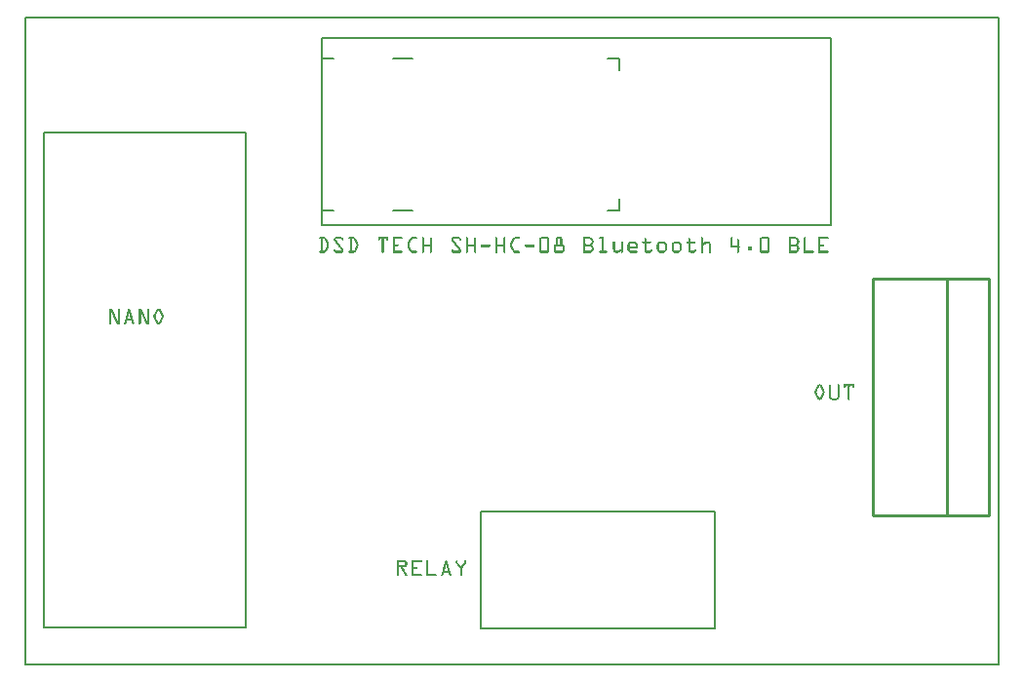
<source format=gto>
G04 MADE WITH FRITZING*
G04 WWW.FRITZING.ORG*
G04 DOUBLE SIDED*
G04 HOLES PLATED*
G04 CONTOUR ON CENTER OF CONTOUR VECTOR*
%ASAXBY*%
%FSLAX23Y23*%
%MOIN*%
%OFA0B0*%
%SFA1.0B1.0*%
%ADD10R,3.333330X2.222220X3.317330X2.206220*%
%ADD11C,0.008000*%
%ADD12C,0.010417*%
%ADD13R,0.001000X0.001000*%
%LNSILK1*%
G90*
G70*
G54D11*
X4Y2218D02*
X3329Y2218D01*
X3329Y4D01*
X4Y4D01*
X4Y2218D01*
D02*
X1327Y2078D02*
X1260Y2078D01*
D02*
X1327Y1558D02*
X1260Y1558D01*
D02*
X2032Y2078D02*
X2032Y2039D01*
D02*
X2032Y2078D02*
X1992Y2078D01*
D02*
X2032Y1558D02*
X2032Y1598D01*
D02*
X2032Y1558D02*
X1992Y1558D01*
D02*
X1016Y1558D02*
X1016Y1598D01*
D02*
X1016Y1558D02*
X1055Y1558D01*
D02*
X1016Y2078D02*
X1016Y2039D01*
D02*
X1016Y2078D02*
X1055Y2078D01*
D02*
X1561Y128D02*
X1561Y528D01*
D02*
X1561Y528D02*
X2361Y528D01*
D02*
X2361Y528D02*
X2361Y128D01*
D02*
X2361Y128D02*
X1561Y128D01*
G54D12*
D02*
X2899Y1326D02*
X2899Y516D01*
D02*
X2899Y516D02*
X3295Y516D01*
D02*
X3295Y516D02*
X3295Y1326D01*
D02*
X3295Y1326D02*
X2899Y1326D01*
D02*
X3152Y516D02*
X3152Y1326D01*
G54D11*
X65Y132D02*
X757Y132D01*
X757Y1824D01*
X65Y1824D01*
X65Y132D01*
D02*
X1015Y1507D02*
X1015Y2149D01*
X2757Y2149D01*
X2757Y1507D01*
X1015Y1507D01*
D02*
G54D13*
X1010Y1466D02*
X1026Y1466D01*
X1064Y1466D02*
X1084Y1466D01*
X1110Y1466D02*
X1126Y1466D01*
X1209Y1466D02*
X1242Y1466D01*
X1259Y1466D02*
X1290Y1466D01*
X1325Y1466D02*
X1340Y1466D01*
X1361Y1466D02*
X1363Y1466D01*
X1389Y1466D02*
X1391Y1466D01*
X1465Y1466D02*
X1486Y1466D01*
X1512Y1466D02*
X1514Y1466D01*
X1539Y1466D02*
X1541Y1466D01*
X1612Y1466D02*
X1614Y1466D01*
X1640Y1466D02*
X1642Y1466D01*
X1676Y1466D02*
X1692Y1466D01*
X1766Y1466D02*
X1789Y1466D01*
X1820Y1466D02*
X1836Y1466D01*
X1911Y1466D02*
X1934Y1466D01*
X1967Y1466D02*
X1979Y1466D01*
X2315Y1466D02*
X2317Y1466D01*
X2417Y1466D02*
X2419Y1466D01*
X2519Y1466D02*
X2542Y1466D01*
X2614Y1466D02*
X2637Y1466D01*
X2667Y1466D02*
X2668Y1466D01*
X2715Y1466D02*
X2746Y1466D01*
X1009Y1465D02*
X1028Y1465D01*
X1061Y1465D02*
X1087Y1465D01*
X1109Y1465D02*
X1128Y1465D01*
X1209Y1465D02*
X1242Y1465D01*
X1259Y1465D02*
X1291Y1465D01*
X1322Y1465D02*
X1342Y1465D01*
X1360Y1465D02*
X1364Y1465D01*
X1388Y1465D02*
X1392Y1465D01*
X1463Y1465D02*
X1488Y1465D01*
X1511Y1465D02*
X1515Y1465D01*
X1538Y1465D02*
X1542Y1465D01*
X1611Y1465D02*
X1615Y1465D01*
X1639Y1465D02*
X1643Y1465D01*
X1673Y1465D02*
X1693Y1465D01*
X1764Y1465D02*
X1791Y1465D01*
X1819Y1465D02*
X1837Y1465D01*
X1911Y1465D02*
X1937Y1465D01*
X1966Y1465D02*
X1980Y1465D01*
X2314Y1465D02*
X2318Y1465D01*
X2416Y1465D02*
X2420Y1465D01*
X2517Y1465D02*
X2544Y1465D01*
X2614Y1465D02*
X2640Y1465D01*
X2665Y1465D02*
X2670Y1465D01*
X2715Y1465D02*
X2747Y1465D01*
X1008Y1464D02*
X1029Y1464D01*
X1060Y1464D02*
X1088Y1464D01*
X1108Y1464D02*
X1130Y1464D01*
X1209Y1464D02*
X1242Y1464D01*
X1259Y1464D02*
X1292Y1464D01*
X1321Y1464D02*
X1342Y1464D01*
X1359Y1464D02*
X1365Y1464D01*
X1387Y1464D02*
X1392Y1464D01*
X1462Y1464D02*
X1490Y1464D01*
X1510Y1464D02*
X1516Y1464D01*
X1538Y1464D02*
X1543Y1464D01*
X1610Y1464D02*
X1616Y1464D01*
X1638Y1464D02*
X1643Y1464D01*
X1672Y1464D02*
X1694Y1464D01*
X1763Y1464D02*
X1792Y1464D01*
X1818Y1464D02*
X1837Y1464D01*
X1911Y1464D02*
X1939Y1464D01*
X1965Y1464D02*
X1981Y1464D01*
X2313Y1464D02*
X2319Y1464D01*
X2415Y1464D02*
X2421Y1464D01*
X2516Y1464D02*
X2545Y1464D01*
X2614Y1464D02*
X2641Y1464D01*
X2665Y1464D02*
X2670Y1464D01*
X2715Y1464D02*
X2748Y1464D01*
X1008Y1463D02*
X1031Y1463D01*
X1059Y1463D02*
X1089Y1463D01*
X1108Y1463D02*
X1131Y1463D01*
X1209Y1463D02*
X1242Y1463D01*
X1259Y1463D02*
X1292Y1463D01*
X1319Y1463D02*
X1342Y1463D01*
X1359Y1463D02*
X1365Y1463D01*
X1387Y1463D02*
X1393Y1463D01*
X1461Y1463D02*
X1491Y1463D01*
X1510Y1463D02*
X1516Y1463D01*
X1537Y1463D02*
X1543Y1463D01*
X1610Y1463D02*
X1616Y1463D01*
X1638Y1463D02*
X1644Y1463D01*
X1671Y1463D02*
X1694Y1463D01*
X1762Y1463D02*
X1793Y1463D01*
X1818Y1463D02*
X1837Y1463D01*
X1911Y1463D02*
X1940Y1463D01*
X1965Y1463D02*
X1981Y1463D01*
X2121Y1463D02*
X2123Y1463D01*
X2272Y1463D02*
X2274Y1463D01*
X2313Y1463D02*
X2319Y1463D01*
X2415Y1463D02*
X2421Y1463D01*
X2515Y1463D02*
X2546Y1463D01*
X2614Y1463D02*
X2643Y1463D01*
X2664Y1463D02*
X2670Y1463D01*
X2715Y1463D02*
X2748Y1463D01*
X1008Y1462D02*
X1031Y1462D01*
X1059Y1462D02*
X1090Y1462D01*
X1108Y1462D02*
X1132Y1462D01*
X1209Y1462D02*
X1242Y1462D01*
X1259Y1462D02*
X1292Y1462D01*
X1319Y1462D02*
X1342Y1462D01*
X1359Y1462D02*
X1365Y1462D01*
X1387Y1462D02*
X1393Y1462D01*
X1460Y1462D02*
X1492Y1462D01*
X1510Y1462D02*
X1516Y1462D01*
X1537Y1462D02*
X1543Y1462D01*
X1610Y1462D02*
X1616Y1462D01*
X1638Y1462D02*
X1644Y1462D01*
X1670Y1462D02*
X1694Y1462D01*
X1761Y1462D02*
X1794Y1462D01*
X1818Y1462D02*
X1838Y1462D01*
X1911Y1462D02*
X1941Y1462D01*
X1965Y1462D02*
X1981Y1462D01*
X2120Y1462D02*
X2124Y1462D01*
X2270Y1462D02*
X2275Y1462D01*
X2313Y1462D02*
X2319Y1462D01*
X2415Y1462D02*
X2421Y1462D01*
X2514Y1462D02*
X2547Y1462D01*
X2614Y1462D02*
X2644Y1462D01*
X2664Y1462D02*
X2670Y1462D01*
X2715Y1462D02*
X2748Y1462D01*
X1008Y1461D02*
X1032Y1461D01*
X1058Y1461D02*
X1091Y1461D01*
X1109Y1461D02*
X1133Y1461D01*
X1209Y1461D02*
X1242Y1461D01*
X1259Y1461D02*
X1292Y1461D01*
X1318Y1461D02*
X1342Y1461D01*
X1359Y1461D02*
X1365Y1461D01*
X1387Y1461D02*
X1393Y1461D01*
X1460Y1461D02*
X1492Y1461D01*
X1510Y1461D02*
X1516Y1461D01*
X1537Y1461D02*
X1543Y1461D01*
X1610Y1461D02*
X1616Y1461D01*
X1638Y1461D02*
X1644Y1461D01*
X1669Y1461D02*
X1693Y1461D01*
X1761Y1461D02*
X1794Y1461D01*
X1818Y1461D02*
X1838Y1461D01*
X1911Y1461D02*
X1942Y1461D01*
X1966Y1461D02*
X1981Y1461D01*
X2119Y1461D02*
X2125Y1461D01*
X2270Y1461D02*
X2275Y1461D01*
X2313Y1461D02*
X2319Y1461D01*
X2415Y1461D02*
X2421Y1461D01*
X2514Y1461D02*
X2547Y1461D01*
X2614Y1461D02*
X2645Y1461D01*
X2664Y1461D02*
X2670Y1461D01*
X2715Y1461D02*
X2748Y1461D01*
X1009Y1460D02*
X1033Y1460D01*
X1058Y1460D02*
X1091Y1460D01*
X1110Y1460D02*
X1133Y1460D01*
X1209Y1460D02*
X1242Y1460D01*
X1259Y1460D02*
X1291Y1460D01*
X1317Y1460D02*
X1341Y1460D01*
X1359Y1460D02*
X1365Y1460D01*
X1387Y1460D02*
X1393Y1460D01*
X1460Y1460D02*
X1493Y1460D01*
X1510Y1460D02*
X1516Y1460D01*
X1537Y1460D02*
X1543Y1460D01*
X1610Y1460D02*
X1616Y1460D01*
X1638Y1460D02*
X1644Y1460D01*
X1669Y1460D02*
X1692Y1460D01*
X1761Y1460D02*
X1794Y1460D01*
X1818Y1460D02*
X1838Y1460D01*
X1911Y1460D02*
X1943Y1460D01*
X1967Y1460D02*
X1981Y1460D01*
X2119Y1460D02*
X2125Y1460D01*
X2270Y1460D02*
X2276Y1460D01*
X2313Y1460D02*
X2319Y1460D01*
X2415Y1460D02*
X2421Y1460D01*
X2438Y1460D02*
X2440Y1460D01*
X2514Y1460D02*
X2547Y1460D01*
X2614Y1460D02*
X2645Y1460D01*
X2664Y1460D02*
X2670Y1460D01*
X2715Y1460D02*
X2747Y1460D01*
X1015Y1459D02*
X1021Y1459D01*
X1026Y1459D02*
X1033Y1459D01*
X1058Y1459D02*
X1064Y1459D01*
X1084Y1459D02*
X1091Y1459D01*
X1115Y1459D02*
X1121Y1459D01*
X1126Y1459D02*
X1134Y1459D01*
X1209Y1459D02*
X1215Y1459D01*
X1222Y1459D02*
X1228Y1459D01*
X1236Y1459D02*
X1242Y1459D01*
X1259Y1459D02*
X1265Y1459D01*
X1317Y1459D02*
X1325Y1459D01*
X1359Y1459D02*
X1365Y1459D01*
X1387Y1459D02*
X1393Y1459D01*
X1460Y1459D02*
X1466Y1459D01*
X1486Y1459D02*
X1493Y1459D01*
X1510Y1459D02*
X1516Y1459D01*
X1537Y1459D02*
X1543Y1459D01*
X1610Y1459D02*
X1616Y1459D01*
X1638Y1459D02*
X1644Y1459D01*
X1668Y1459D02*
X1676Y1459D01*
X1761Y1459D02*
X1767Y1459D01*
X1788Y1459D02*
X1794Y1459D01*
X1818Y1459D02*
X1824Y1459D01*
X1831Y1459D02*
X1838Y1459D01*
X1911Y1459D02*
X1917Y1459D01*
X1934Y1459D02*
X1943Y1459D01*
X1975Y1459D02*
X1981Y1459D01*
X2119Y1459D02*
X2125Y1459D01*
X2270Y1459D02*
X2276Y1459D01*
X2313Y1459D02*
X2319Y1459D01*
X2415Y1459D02*
X2421Y1459D01*
X2436Y1459D02*
X2441Y1459D01*
X2514Y1459D02*
X2520Y1459D01*
X2541Y1459D02*
X2547Y1459D01*
X2614Y1459D02*
X2620Y1459D01*
X2637Y1459D02*
X2646Y1459D01*
X2664Y1459D02*
X2670Y1459D01*
X2715Y1459D02*
X2721Y1459D01*
X1015Y1458D02*
X1021Y1458D01*
X1027Y1458D02*
X1034Y1458D01*
X1058Y1458D02*
X1064Y1458D01*
X1085Y1458D02*
X1091Y1458D01*
X1115Y1458D02*
X1121Y1458D01*
X1127Y1458D02*
X1134Y1458D01*
X1209Y1458D02*
X1215Y1458D01*
X1222Y1458D02*
X1228Y1458D01*
X1236Y1458D02*
X1242Y1458D01*
X1259Y1458D02*
X1265Y1458D01*
X1316Y1458D02*
X1323Y1458D01*
X1359Y1458D02*
X1365Y1458D01*
X1387Y1458D02*
X1393Y1458D01*
X1460Y1458D02*
X1466Y1458D01*
X1487Y1458D02*
X1493Y1458D01*
X1510Y1458D02*
X1516Y1458D01*
X1537Y1458D02*
X1543Y1458D01*
X1610Y1458D02*
X1616Y1458D01*
X1638Y1458D02*
X1644Y1458D01*
X1668Y1458D02*
X1675Y1458D01*
X1761Y1458D02*
X1767Y1458D01*
X1788Y1458D02*
X1794Y1458D01*
X1818Y1458D02*
X1824Y1458D01*
X1832Y1458D02*
X1838Y1458D01*
X1911Y1458D02*
X1917Y1458D01*
X1936Y1458D02*
X1944Y1458D01*
X1975Y1458D02*
X1981Y1458D01*
X2119Y1458D02*
X2125Y1458D01*
X2270Y1458D02*
X2276Y1458D01*
X2313Y1458D02*
X2319Y1458D01*
X2415Y1458D02*
X2421Y1458D01*
X2436Y1458D02*
X2442Y1458D01*
X2514Y1458D02*
X2520Y1458D01*
X2541Y1458D02*
X2547Y1458D01*
X2614Y1458D02*
X2620Y1458D01*
X2639Y1458D02*
X2647Y1458D01*
X2664Y1458D02*
X2670Y1458D01*
X2715Y1458D02*
X2721Y1458D01*
X1015Y1457D02*
X1021Y1457D01*
X1027Y1457D02*
X1034Y1457D01*
X1058Y1457D02*
X1065Y1457D01*
X1085Y1457D02*
X1091Y1457D01*
X1115Y1457D02*
X1121Y1457D01*
X1128Y1457D02*
X1135Y1457D01*
X1209Y1457D02*
X1215Y1457D01*
X1222Y1457D02*
X1228Y1457D01*
X1236Y1457D02*
X1242Y1457D01*
X1259Y1457D02*
X1265Y1457D01*
X1316Y1457D02*
X1323Y1457D01*
X1359Y1457D02*
X1365Y1457D01*
X1387Y1457D02*
X1393Y1457D01*
X1460Y1457D02*
X1466Y1457D01*
X1487Y1457D02*
X1493Y1457D01*
X1510Y1457D02*
X1516Y1457D01*
X1537Y1457D02*
X1543Y1457D01*
X1610Y1457D02*
X1616Y1457D01*
X1638Y1457D02*
X1644Y1457D01*
X1667Y1457D02*
X1674Y1457D01*
X1761Y1457D02*
X1767Y1457D01*
X1788Y1457D02*
X1794Y1457D01*
X1818Y1457D02*
X1824Y1457D01*
X1832Y1457D02*
X1838Y1457D01*
X1911Y1457D02*
X1917Y1457D01*
X1937Y1457D02*
X1944Y1457D01*
X1975Y1457D02*
X1981Y1457D01*
X2119Y1457D02*
X2125Y1457D01*
X2270Y1457D02*
X2276Y1457D01*
X2313Y1457D02*
X2319Y1457D01*
X2415Y1457D02*
X2421Y1457D01*
X2436Y1457D02*
X2442Y1457D01*
X2514Y1457D02*
X2520Y1457D01*
X2541Y1457D02*
X2547Y1457D01*
X2614Y1457D02*
X2620Y1457D01*
X2640Y1457D02*
X2647Y1457D01*
X2664Y1457D02*
X2670Y1457D01*
X2715Y1457D02*
X2721Y1457D01*
X1015Y1456D02*
X1021Y1456D01*
X1028Y1456D02*
X1035Y1456D01*
X1058Y1456D02*
X1066Y1456D01*
X1086Y1456D02*
X1091Y1456D01*
X1115Y1456D02*
X1121Y1456D01*
X1128Y1456D02*
X1135Y1456D01*
X1209Y1456D02*
X1214Y1456D01*
X1222Y1456D02*
X1228Y1456D01*
X1236Y1456D02*
X1242Y1456D01*
X1259Y1456D02*
X1265Y1456D01*
X1315Y1456D02*
X1322Y1456D01*
X1359Y1456D02*
X1365Y1456D01*
X1387Y1456D02*
X1393Y1456D01*
X1460Y1456D02*
X1467Y1456D01*
X1487Y1456D02*
X1493Y1456D01*
X1510Y1456D02*
X1516Y1456D01*
X1537Y1456D02*
X1543Y1456D01*
X1610Y1456D02*
X1616Y1456D01*
X1638Y1456D02*
X1644Y1456D01*
X1667Y1456D02*
X1674Y1456D01*
X1761Y1456D02*
X1767Y1456D01*
X1788Y1456D02*
X1794Y1456D01*
X1818Y1456D02*
X1824Y1456D01*
X1832Y1456D02*
X1838Y1456D01*
X1911Y1456D02*
X1917Y1456D01*
X1938Y1456D02*
X1944Y1456D01*
X1975Y1456D02*
X1981Y1456D01*
X2119Y1456D02*
X2125Y1456D01*
X2270Y1456D02*
X2276Y1456D01*
X2313Y1456D02*
X2319Y1456D01*
X2415Y1456D02*
X2421Y1456D01*
X2436Y1456D02*
X2442Y1456D01*
X2514Y1456D02*
X2520Y1456D01*
X2541Y1456D02*
X2547Y1456D01*
X2614Y1456D02*
X2620Y1456D01*
X2641Y1456D02*
X2647Y1456D01*
X2664Y1456D02*
X2670Y1456D01*
X2715Y1456D02*
X2721Y1456D01*
X1015Y1455D02*
X1021Y1455D01*
X1028Y1455D02*
X1035Y1455D01*
X1059Y1455D02*
X1066Y1455D01*
X1086Y1455D02*
X1091Y1455D01*
X1115Y1455D02*
X1121Y1455D01*
X1129Y1455D02*
X1136Y1455D01*
X1209Y1455D02*
X1214Y1455D01*
X1222Y1455D02*
X1228Y1455D01*
X1237Y1455D02*
X1241Y1455D01*
X1259Y1455D02*
X1265Y1455D01*
X1315Y1455D02*
X1322Y1455D01*
X1359Y1455D02*
X1365Y1455D01*
X1387Y1455D02*
X1393Y1455D01*
X1460Y1455D02*
X1468Y1455D01*
X1488Y1455D02*
X1492Y1455D01*
X1510Y1455D02*
X1516Y1455D01*
X1537Y1455D02*
X1543Y1455D01*
X1610Y1455D02*
X1616Y1455D01*
X1638Y1455D02*
X1644Y1455D01*
X1666Y1455D02*
X1673Y1455D01*
X1761Y1455D02*
X1767Y1455D01*
X1788Y1455D02*
X1794Y1455D01*
X1818Y1455D02*
X1824Y1455D01*
X1832Y1455D02*
X1838Y1455D01*
X1911Y1455D02*
X1917Y1455D01*
X1938Y1455D02*
X1945Y1455D01*
X1975Y1455D02*
X1981Y1455D01*
X2119Y1455D02*
X2125Y1455D01*
X2270Y1455D02*
X2276Y1455D01*
X2313Y1455D02*
X2319Y1455D01*
X2415Y1455D02*
X2421Y1455D01*
X2436Y1455D02*
X2442Y1455D01*
X2514Y1455D02*
X2520Y1455D01*
X2541Y1455D02*
X2547Y1455D01*
X2614Y1455D02*
X2620Y1455D01*
X2641Y1455D02*
X2647Y1455D01*
X2664Y1455D02*
X2670Y1455D01*
X2715Y1455D02*
X2721Y1455D01*
X1015Y1454D02*
X1021Y1454D01*
X1029Y1454D02*
X1036Y1454D01*
X1059Y1454D02*
X1067Y1454D01*
X1087Y1454D02*
X1090Y1454D01*
X1115Y1454D02*
X1121Y1454D01*
X1129Y1454D02*
X1136Y1454D01*
X1210Y1454D02*
X1213Y1454D01*
X1222Y1454D02*
X1228Y1454D01*
X1238Y1454D02*
X1240Y1454D01*
X1259Y1454D02*
X1265Y1454D01*
X1314Y1454D02*
X1321Y1454D01*
X1359Y1454D02*
X1365Y1454D01*
X1387Y1454D02*
X1393Y1454D01*
X1461Y1454D02*
X1469Y1454D01*
X1489Y1454D02*
X1491Y1454D01*
X1510Y1454D02*
X1516Y1454D01*
X1537Y1454D02*
X1543Y1454D01*
X1610Y1454D02*
X1616Y1454D01*
X1638Y1454D02*
X1644Y1454D01*
X1666Y1454D02*
X1673Y1454D01*
X1761Y1454D02*
X1767Y1454D01*
X1788Y1454D02*
X1794Y1454D01*
X1818Y1454D02*
X1824Y1454D01*
X1832Y1454D02*
X1838Y1454D01*
X1911Y1454D02*
X1917Y1454D01*
X1939Y1454D02*
X1945Y1454D01*
X1975Y1454D02*
X1981Y1454D01*
X2119Y1454D02*
X2125Y1454D01*
X2270Y1454D02*
X2276Y1454D01*
X2313Y1454D02*
X2319Y1454D01*
X2415Y1454D02*
X2421Y1454D01*
X2436Y1454D02*
X2442Y1454D01*
X2514Y1454D02*
X2520Y1454D01*
X2541Y1454D02*
X2547Y1454D01*
X2614Y1454D02*
X2620Y1454D01*
X2642Y1454D02*
X2648Y1454D01*
X2664Y1454D02*
X2670Y1454D01*
X2715Y1454D02*
X2721Y1454D01*
X1015Y1453D02*
X1021Y1453D01*
X1029Y1453D02*
X1036Y1453D01*
X1060Y1453D02*
X1068Y1453D01*
X1115Y1453D02*
X1121Y1453D01*
X1130Y1453D02*
X1137Y1453D01*
X1222Y1453D02*
X1228Y1453D01*
X1259Y1453D02*
X1265Y1453D01*
X1314Y1453D02*
X1321Y1453D01*
X1359Y1453D02*
X1365Y1453D01*
X1387Y1453D02*
X1393Y1453D01*
X1462Y1453D02*
X1470Y1453D01*
X1510Y1453D02*
X1516Y1453D01*
X1537Y1453D02*
X1543Y1453D01*
X1610Y1453D02*
X1616Y1453D01*
X1638Y1453D02*
X1644Y1453D01*
X1665Y1453D02*
X1672Y1453D01*
X1761Y1453D02*
X1767Y1453D01*
X1788Y1453D02*
X1794Y1453D01*
X1818Y1453D02*
X1824Y1453D01*
X1832Y1453D02*
X1838Y1453D01*
X1911Y1453D02*
X1917Y1453D01*
X1939Y1453D02*
X1945Y1453D01*
X1975Y1453D02*
X1981Y1453D01*
X2119Y1453D02*
X2125Y1453D01*
X2270Y1453D02*
X2276Y1453D01*
X2313Y1453D02*
X2319Y1453D01*
X2415Y1453D02*
X2421Y1453D01*
X2436Y1453D02*
X2442Y1453D01*
X2514Y1453D02*
X2520Y1453D01*
X2541Y1453D02*
X2547Y1453D01*
X2614Y1453D02*
X2620Y1453D01*
X2642Y1453D02*
X2648Y1453D01*
X2664Y1453D02*
X2670Y1453D01*
X2715Y1453D02*
X2721Y1453D01*
X1015Y1452D02*
X1021Y1452D01*
X1030Y1452D02*
X1037Y1452D01*
X1061Y1452D02*
X1069Y1452D01*
X1115Y1452D02*
X1121Y1452D01*
X1130Y1452D02*
X1137Y1452D01*
X1222Y1452D02*
X1228Y1452D01*
X1259Y1452D02*
X1265Y1452D01*
X1313Y1452D02*
X1320Y1452D01*
X1359Y1452D02*
X1365Y1452D01*
X1387Y1452D02*
X1393Y1452D01*
X1462Y1452D02*
X1470Y1452D01*
X1510Y1452D02*
X1516Y1452D01*
X1537Y1452D02*
X1543Y1452D01*
X1610Y1452D02*
X1616Y1452D01*
X1638Y1452D02*
X1644Y1452D01*
X1665Y1452D02*
X1672Y1452D01*
X1761Y1452D02*
X1767Y1452D01*
X1788Y1452D02*
X1794Y1452D01*
X1818Y1452D02*
X1824Y1452D01*
X1832Y1452D02*
X1838Y1452D01*
X1911Y1452D02*
X1917Y1452D01*
X1939Y1452D02*
X1945Y1452D01*
X1975Y1452D02*
X1981Y1452D01*
X2119Y1452D02*
X2125Y1452D01*
X2270Y1452D02*
X2276Y1452D01*
X2313Y1452D02*
X2319Y1452D01*
X2415Y1452D02*
X2421Y1452D01*
X2436Y1452D02*
X2442Y1452D01*
X2514Y1452D02*
X2520Y1452D01*
X2541Y1452D02*
X2547Y1452D01*
X2614Y1452D02*
X2620Y1452D01*
X2642Y1452D02*
X2648Y1452D01*
X2664Y1452D02*
X2670Y1452D01*
X2715Y1452D02*
X2721Y1452D01*
X1015Y1451D02*
X1021Y1451D01*
X1030Y1451D02*
X1037Y1451D01*
X1062Y1451D02*
X1070Y1451D01*
X1115Y1451D02*
X1121Y1451D01*
X1131Y1451D02*
X1138Y1451D01*
X1222Y1451D02*
X1228Y1451D01*
X1259Y1451D02*
X1265Y1451D01*
X1313Y1451D02*
X1320Y1451D01*
X1359Y1451D02*
X1365Y1451D01*
X1387Y1451D02*
X1393Y1451D01*
X1463Y1451D02*
X1471Y1451D01*
X1510Y1451D02*
X1516Y1451D01*
X1537Y1451D02*
X1543Y1451D01*
X1610Y1451D02*
X1616Y1451D01*
X1638Y1451D02*
X1644Y1451D01*
X1664Y1451D02*
X1671Y1451D01*
X1761Y1451D02*
X1767Y1451D01*
X1788Y1451D02*
X1794Y1451D01*
X1818Y1451D02*
X1824Y1451D01*
X1832Y1451D02*
X1838Y1451D01*
X1911Y1451D02*
X1917Y1451D01*
X1939Y1451D02*
X1945Y1451D01*
X1975Y1451D02*
X1981Y1451D01*
X2013Y1451D02*
X2016Y1451D01*
X2041Y1451D02*
X2044Y1451D01*
X2071Y1451D02*
X2086Y1451D01*
X2114Y1451D02*
X2141Y1451D01*
X2172Y1451D02*
X2186Y1451D01*
X2222Y1451D02*
X2237Y1451D01*
X2264Y1451D02*
X2291Y1451D01*
X2313Y1451D02*
X2319Y1451D01*
X2329Y1451D02*
X2339Y1451D01*
X2415Y1451D02*
X2421Y1451D01*
X2436Y1451D02*
X2442Y1451D01*
X2514Y1451D02*
X2520Y1451D01*
X2541Y1451D02*
X2547Y1451D01*
X2614Y1451D02*
X2620Y1451D01*
X2642Y1451D02*
X2648Y1451D01*
X2664Y1451D02*
X2670Y1451D01*
X2715Y1451D02*
X2721Y1451D01*
X1015Y1450D02*
X1021Y1450D01*
X1031Y1450D02*
X1038Y1450D01*
X1062Y1450D02*
X1070Y1450D01*
X1115Y1450D02*
X1121Y1450D01*
X1131Y1450D02*
X1138Y1450D01*
X1222Y1450D02*
X1228Y1450D01*
X1259Y1450D02*
X1265Y1450D01*
X1312Y1450D02*
X1319Y1450D01*
X1359Y1450D02*
X1365Y1450D01*
X1387Y1450D02*
X1393Y1450D01*
X1464Y1450D02*
X1472Y1450D01*
X1510Y1450D02*
X1516Y1450D01*
X1537Y1450D02*
X1543Y1450D01*
X1610Y1450D02*
X1616Y1450D01*
X1638Y1450D02*
X1644Y1450D01*
X1664Y1450D02*
X1671Y1450D01*
X1761Y1450D02*
X1767Y1450D01*
X1788Y1450D02*
X1794Y1450D01*
X1818Y1450D02*
X1824Y1450D01*
X1832Y1450D02*
X1838Y1450D01*
X1911Y1450D02*
X1917Y1450D01*
X1939Y1450D02*
X1945Y1450D01*
X1975Y1450D02*
X1981Y1450D01*
X2012Y1450D02*
X2017Y1450D01*
X2040Y1450D02*
X2045Y1450D01*
X2069Y1450D02*
X2088Y1450D01*
X2113Y1450D02*
X2142Y1450D01*
X2170Y1450D02*
X2188Y1450D01*
X2220Y1450D02*
X2239Y1450D01*
X2263Y1450D02*
X2292Y1450D01*
X2313Y1450D02*
X2319Y1450D01*
X2327Y1450D02*
X2341Y1450D01*
X2415Y1450D02*
X2421Y1450D01*
X2436Y1450D02*
X2442Y1450D01*
X2514Y1450D02*
X2520Y1450D01*
X2541Y1450D02*
X2547Y1450D01*
X2614Y1450D02*
X2620Y1450D01*
X2642Y1450D02*
X2648Y1450D01*
X2664Y1450D02*
X2670Y1450D01*
X2715Y1450D02*
X2721Y1450D01*
X1015Y1449D02*
X1021Y1449D01*
X1031Y1449D02*
X1038Y1449D01*
X1063Y1449D02*
X1071Y1449D01*
X1115Y1449D02*
X1121Y1449D01*
X1132Y1449D02*
X1139Y1449D01*
X1222Y1449D02*
X1228Y1449D01*
X1259Y1449D02*
X1265Y1449D01*
X1312Y1449D02*
X1319Y1449D01*
X1359Y1449D02*
X1365Y1449D01*
X1387Y1449D02*
X1393Y1449D01*
X1465Y1449D02*
X1473Y1449D01*
X1510Y1449D02*
X1516Y1449D01*
X1537Y1449D02*
X1543Y1449D01*
X1610Y1449D02*
X1616Y1449D01*
X1638Y1449D02*
X1644Y1449D01*
X1663Y1449D02*
X1670Y1449D01*
X1761Y1449D02*
X1767Y1449D01*
X1788Y1449D02*
X1794Y1449D01*
X1818Y1449D02*
X1824Y1449D01*
X1832Y1449D02*
X1838Y1449D01*
X1911Y1449D02*
X1917Y1449D01*
X1939Y1449D02*
X1945Y1449D01*
X1975Y1449D02*
X1981Y1449D01*
X2012Y1449D02*
X2018Y1449D01*
X2040Y1449D02*
X2045Y1449D01*
X2068Y1449D02*
X2089Y1449D01*
X2112Y1449D02*
X2142Y1449D01*
X2168Y1449D02*
X2190Y1449D01*
X2219Y1449D02*
X2240Y1449D01*
X2263Y1449D02*
X2293Y1449D01*
X2313Y1449D02*
X2319Y1449D01*
X2325Y1449D02*
X2342Y1449D01*
X2415Y1449D02*
X2421Y1449D01*
X2436Y1449D02*
X2442Y1449D01*
X2514Y1449D02*
X2520Y1449D01*
X2541Y1449D02*
X2547Y1449D01*
X2614Y1449D02*
X2620Y1449D01*
X2642Y1449D02*
X2648Y1449D01*
X2664Y1449D02*
X2670Y1449D01*
X2715Y1449D02*
X2721Y1449D01*
X1015Y1448D02*
X1021Y1448D01*
X1032Y1448D02*
X1039Y1448D01*
X1064Y1448D02*
X1072Y1448D01*
X1115Y1448D02*
X1121Y1448D01*
X1132Y1448D02*
X1139Y1448D01*
X1222Y1448D02*
X1228Y1448D01*
X1259Y1448D02*
X1265Y1448D01*
X1311Y1448D02*
X1318Y1448D01*
X1359Y1448D02*
X1365Y1448D01*
X1387Y1448D02*
X1393Y1448D01*
X1465Y1448D02*
X1473Y1448D01*
X1510Y1448D02*
X1516Y1448D01*
X1537Y1448D02*
X1543Y1448D01*
X1610Y1448D02*
X1616Y1448D01*
X1638Y1448D02*
X1644Y1448D01*
X1663Y1448D02*
X1670Y1448D01*
X1761Y1448D02*
X1767Y1448D01*
X1788Y1448D02*
X1794Y1448D01*
X1818Y1448D02*
X1824Y1448D01*
X1832Y1448D02*
X1838Y1448D01*
X1911Y1448D02*
X1917Y1448D01*
X1939Y1448D02*
X1945Y1448D01*
X1975Y1448D02*
X1981Y1448D01*
X2012Y1448D02*
X2018Y1448D01*
X2039Y1448D02*
X2045Y1448D01*
X2067Y1448D02*
X2091Y1448D01*
X2112Y1448D02*
X2142Y1448D01*
X2167Y1448D02*
X2191Y1448D01*
X2217Y1448D02*
X2241Y1448D01*
X2263Y1448D02*
X2293Y1448D01*
X2313Y1448D02*
X2319Y1448D01*
X2324Y1448D02*
X2343Y1448D01*
X2415Y1448D02*
X2421Y1448D01*
X2436Y1448D02*
X2442Y1448D01*
X2514Y1448D02*
X2520Y1448D01*
X2541Y1448D02*
X2547Y1448D01*
X2614Y1448D02*
X2620Y1448D01*
X2641Y1448D02*
X2648Y1448D01*
X2664Y1448D02*
X2670Y1448D01*
X2715Y1448D02*
X2721Y1448D01*
X1015Y1447D02*
X1021Y1447D01*
X1032Y1447D02*
X1039Y1447D01*
X1065Y1447D02*
X1073Y1447D01*
X1115Y1447D02*
X1121Y1447D01*
X1133Y1447D02*
X1140Y1447D01*
X1222Y1447D02*
X1228Y1447D01*
X1259Y1447D02*
X1265Y1447D01*
X1311Y1447D02*
X1318Y1447D01*
X1359Y1447D02*
X1365Y1447D01*
X1387Y1447D02*
X1393Y1447D01*
X1466Y1447D02*
X1474Y1447D01*
X1510Y1447D02*
X1516Y1447D01*
X1537Y1447D02*
X1543Y1447D01*
X1610Y1447D02*
X1616Y1447D01*
X1638Y1447D02*
X1644Y1447D01*
X1662Y1447D02*
X1669Y1447D01*
X1761Y1447D02*
X1767Y1447D01*
X1788Y1447D02*
X1794Y1447D01*
X1818Y1447D02*
X1824Y1447D01*
X1832Y1447D02*
X1838Y1447D01*
X1911Y1447D02*
X1917Y1447D01*
X1938Y1447D02*
X1945Y1447D01*
X1975Y1447D02*
X1981Y1447D01*
X2012Y1447D02*
X2018Y1447D01*
X2039Y1447D02*
X2045Y1447D01*
X2066Y1447D02*
X2092Y1447D01*
X2112Y1447D02*
X2142Y1447D01*
X2166Y1447D02*
X2192Y1447D01*
X2216Y1447D02*
X2242Y1447D01*
X2263Y1447D02*
X2293Y1447D01*
X2313Y1447D02*
X2319Y1447D01*
X2322Y1447D02*
X2344Y1447D01*
X2415Y1447D02*
X2421Y1447D01*
X2436Y1447D02*
X2442Y1447D01*
X2514Y1447D02*
X2520Y1447D01*
X2541Y1447D02*
X2547Y1447D01*
X2614Y1447D02*
X2620Y1447D01*
X2641Y1447D02*
X2647Y1447D01*
X2664Y1447D02*
X2670Y1447D01*
X2715Y1447D02*
X2721Y1447D01*
X1015Y1446D02*
X1021Y1446D01*
X1033Y1446D02*
X1040Y1446D01*
X1065Y1446D02*
X1073Y1446D01*
X1115Y1446D02*
X1121Y1446D01*
X1133Y1446D02*
X1140Y1446D01*
X1222Y1446D02*
X1228Y1446D01*
X1259Y1446D02*
X1265Y1446D01*
X1310Y1446D02*
X1317Y1446D01*
X1359Y1446D02*
X1365Y1446D01*
X1387Y1446D02*
X1393Y1446D01*
X1467Y1446D02*
X1475Y1446D01*
X1510Y1446D02*
X1516Y1446D01*
X1537Y1446D02*
X1543Y1446D01*
X1610Y1446D02*
X1616Y1446D01*
X1638Y1446D02*
X1644Y1446D01*
X1662Y1446D02*
X1669Y1446D01*
X1761Y1446D02*
X1767Y1446D01*
X1788Y1446D02*
X1794Y1446D01*
X1818Y1446D02*
X1824Y1446D01*
X1832Y1446D02*
X1838Y1446D01*
X1911Y1446D02*
X1917Y1446D01*
X1938Y1446D02*
X1944Y1446D01*
X1975Y1446D02*
X1981Y1446D01*
X2012Y1446D02*
X2018Y1446D01*
X2039Y1446D02*
X2045Y1446D01*
X2065Y1446D02*
X2093Y1446D01*
X2113Y1446D02*
X2141Y1446D01*
X2165Y1446D02*
X2193Y1446D01*
X2215Y1446D02*
X2243Y1446D01*
X2264Y1446D02*
X2292Y1446D01*
X2313Y1446D02*
X2344Y1446D01*
X2415Y1446D02*
X2421Y1446D01*
X2436Y1446D02*
X2442Y1446D01*
X2514Y1446D02*
X2520Y1446D01*
X2541Y1446D02*
X2547Y1446D01*
X2614Y1446D02*
X2620Y1446D01*
X2641Y1446D02*
X2647Y1446D01*
X2664Y1446D02*
X2670Y1446D01*
X2715Y1446D02*
X2721Y1446D01*
X1015Y1445D02*
X1021Y1445D01*
X1033Y1445D02*
X1040Y1445D01*
X1066Y1445D02*
X1074Y1445D01*
X1115Y1445D02*
X1121Y1445D01*
X1134Y1445D02*
X1141Y1445D01*
X1222Y1445D02*
X1228Y1445D01*
X1259Y1445D02*
X1265Y1445D01*
X1310Y1445D02*
X1317Y1445D01*
X1359Y1445D02*
X1365Y1445D01*
X1387Y1445D02*
X1393Y1445D01*
X1468Y1445D02*
X1476Y1445D01*
X1510Y1445D02*
X1516Y1445D01*
X1537Y1445D02*
X1543Y1445D01*
X1610Y1445D02*
X1616Y1445D01*
X1638Y1445D02*
X1644Y1445D01*
X1662Y1445D02*
X1668Y1445D01*
X1761Y1445D02*
X1767Y1445D01*
X1788Y1445D02*
X1794Y1445D01*
X1818Y1445D02*
X1824Y1445D01*
X1832Y1445D02*
X1838Y1445D01*
X1911Y1445D02*
X1917Y1445D01*
X1937Y1445D02*
X1944Y1445D01*
X1975Y1445D02*
X1981Y1445D01*
X2012Y1445D02*
X2018Y1445D01*
X2039Y1445D02*
X2045Y1445D01*
X2064Y1445D02*
X2094Y1445D01*
X2114Y1445D02*
X2140Y1445D01*
X2164Y1445D02*
X2194Y1445D01*
X2215Y1445D02*
X2244Y1445D01*
X2265Y1445D02*
X2291Y1445D01*
X2313Y1445D02*
X2345Y1445D01*
X2415Y1445D02*
X2421Y1445D01*
X2436Y1445D02*
X2442Y1445D01*
X2514Y1445D02*
X2520Y1445D01*
X2541Y1445D02*
X2547Y1445D01*
X2614Y1445D02*
X2620Y1445D01*
X2640Y1445D02*
X2647Y1445D01*
X2664Y1445D02*
X2670Y1445D01*
X2715Y1445D02*
X2721Y1445D01*
X1015Y1444D02*
X1021Y1444D01*
X1034Y1444D02*
X1040Y1444D01*
X1067Y1444D02*
X1075Y1444D01*
X1115Y1444D02*
X1121Y1444D01*
X1134Y1444D02*
X1141Y1444D01*
X1222Y1444D02*
X1228Y1444D01*
X1259Y1444D02*
X1265Y1444D01*
X1310Y1444D02*
X1316Y1444D01*
X1359Y1444D02*
X1365Y1444D01*
X1387Y1444D02*
X1393Y1444D01*
X1469Y1444D02*
X1477Y1444D01*
X1510Y1444D02*
X1516Y1444D01*
X1537Y1444D02*
X1543Y1444D01*
X1610Y1444D02*
X1616Y1444D01*
X1638Y1444D02*
X1644Y1444D01*
X1661Y1444D02*
X1668Y1444D01*
X1761Y1444D02*
X1767Y1444D01*
X1788Y1444D02*
X1794Y1444D01*
X1818Y1444D02*
X1824Y1444D01*
X1832Y1444D02*
X1838Y1444D01*
X1911Y1444D02*
X1917Y1444D01*
X1936Y1444D02*
X1944Y1444D01*
X1975Y1444D02*
X1981Y1444D01*
X2012Y1444D02*
X2018Y1444D01*
X2039Y1444D02*
X2045Y1444D01*
X2063Y1444D02*
X2072Y1444D01*
X2086Y1444D02*
X2094Y1444D01*
X2119Y1444D02*
X2125Y1444D01*
X2164Y1444D02*
X2172Y1444D01*
X2186Y1444D02*
X2195Y1444D01*
X2214Y1444D02*
X2223Y1444D01*
X2236Y1444D02*
X2245Y1444D01*
X2270Y1444D02*
X2276Y1444D01*
X2313Y1444D02*
X2329Y1444D01*
X2338Y1444D02*
X2345Y1444D01*
X2415Y1444D02*
X2421Y1444D01*
X2436Y1444D02*
X2442Y1444D01*
X2514Y1444D02*
X2520Y1444D01*
X2541Y1444D02*
X2547Y1444D01*
X2614Y1444D02*
X2620Y1444D01*
X2639Y1444D02*
X2647Y1444D01*
X2664Y1444D02*
X2670Y1444D01*
X2715Y1444D02*
X2721Y1444D01*
X1015Y1443D02*
X1021Y1443D01*
X1034Y1443D02*
X1041Y1443D01*
X1068Y1443D02*
X1076Y1443D01*
X1115Y1443D02*
X1121Y1443D01*
X1135Y1443D02*
X1141Y1443D01*
X1222Y1443D02*
X1228Y1443D01*
X1259Y1443D02*
X1265Y1443D01*
X1309Y1443D02*
X1316Y1443D01*
X1359Y1443D02*
X1365Y1443D01*
X1387Y1443D02*
X1393Y1443D01*
X1469Y1443D02*
X1477Y1443D01*
X1510Y1443D02*
X1516Y1443D01*
X1537Y1443D02*
X1543Y1443D01*
X1610Y1443D02*
X1616Y1443D01*
X1638Y1443D02*
X1644Y1443D01*
X1661Y1443D02*
X1667Y1443D01*
X1761Y1443D02*
X1767Y1443D01*
X1788Y1443D02*
X1794Y1443D01*
X1818Y1443D02*
X1824Y1443D01*
X1831Y1443D02*
X1838Y1443D01*
X1911Y1443D02*
X1918Y1443D01*
X1934Y1443D02*
X1943Y1443D01*
X1975Y1443D02*
X1981Y1443D01*
X2012Y1443D02*
X2018Y1443D01*
X2039Y1443D02*
X2045Y1443D01*
X2063Y1443D02*
X2071Y1443D01*
X2087Y1443D02*
X2095Y1443D01*
X2119Y1443D02*
X2125Y1443D01*
X2163Y1443D02*
X2171Y1443D01*
X2187Y1443D02*
X2195Y1443D01*
X2213Y1443D02*
X2221Y1443D01*
X2238Y1443D02*
X2245Y1443D01*
X2270Y1443D02*
X2276Y1443D01*
X2313Y1443D02*
X2328Y1443D01*
X2339Y1443D02*
X2345Y1443D01*
X2415Y1443D02*
X2421Y1443D01*
X2436Y1443D02*
X2442Y1443D01*
X2514Y1443D02*
X2520Y1443D01*
X2541Y1443D02*
X2547Y1443D01*
X2614Y1443D02*
X2620Y1443D01*
X2636Y1443D02*
X2646Y1443D01*
X2664Y1443D02*
X2670Y1443D01*
X2715Y1443D02*
X2721Y1443D01*
X1015Y1442D02*
X1021Y1442D01*
X1035Y1442D02*
X1041Y1442D01*
X1069Y1442D02*
X1077Y1442D01*
X1115Y1442D02*
X1121Y1442D01*
X1135Y1442D02*
X1141Y1442D01*
X1222Y1442D02*
X1228Y1442D01*
X1259Y1442D02*
X1277Y1442D01*
X1309Y1442D02*
X1315Y1442D01*
X1359Y1442D02*
X1393Y1442D01*
X1470Y1442D02*
X1478Y1442D01*
X1510Y1442D02*
X1543Y1442D01*
X1561Y1442D02*
X1592Y1442D01*
X1610Y1442D02*
X1644Y1442D01*
X1661Y1442D02*
X1667Y1442D01*
X1712Y1442D02*
X1743Y1442D01*
X1761Y1442D02*
X1767Y1442D01*
X1788Y1442D02*
X1794Y1442D01*
X1815Y1442D02*
X1841Y1442D01*
X1911Y1442D02*
X1943Y1442D01*
X1975Y1442D02*
X1981Y1442D01*
X2012Y1442D02*
X2018Y1442D01*
X2039Y1442D02*
X2045Y1442D01*
X2062Y1442D02*
X2070Y1442D01*
X2088Y1442D02*
X2095Y1442D01*
X2119Y1442D02*
X2125Y1442D01*
X2163Y1442D02*
X2170Y1442D01*
X2188Y1442D02*
X2195Y1442D01*
X2213Y1442D02*
X2220Y1442D01*
X2239Y1442D02*
X2246Y1442D01*
X2270Y1442D02*
X2276Y1442D01*
X2313Y1442D02*
X2326Y1442D01*
X2339Y1442D02*
X2346Y1442D01*
X2415Y1442D02*
X2421Y1442D01*
X2436Y1442D02*
X2442Y1442D01*
X2514Y1442D02*
X2520Y1442D01*
X2541Y1442D02*
X2547Y1442D01*
X2614Y1442D02*
X2645Y1442D01*
X2664Y1442D02*
X2670Y1442D01*
X2715Y1442D02*
X2733Y1442D01*
X1015Y1441D02*
X1021Y1441D01*
X1035Y1441D02*
X1041Y1441D01*
X1069Y1441D02*
X1077Y1441D01*
X1115Y1441D02*
X1121Y1441D01*
X1135Y1441D02*
X1142Y1441D01*
X1222Y1441D02*
X1228Y1441D01*
X1259Y1441D02*
X1278Y1441D01*
X1309Y1441D02*
X1315Y1441D01*
X1359Y1441D02*
X1393Y1441D01*
X1471Y1441D02*
X1479Y1441D01*
X1510Y1441D02*
X1543Y1441D01*
X1560Y1441D02*
X1593Y1441D01*
X1610Y1441D02*
X1644Y1441D01*
X1660Y1441D02*
X1667Y1441D01*
X1711Y1441D02*
X1744Y1441D01*
X1761Y1441D02*
X1767Y1441D01*
X1788Y1441D02*
X1794Y1441D01*
X1813Y1441D02*
X1842Y1441D01*
X1911Y1441D02*
X1942Y1441D01*
X1975Y1441D02*
X1981Y1441D01*
X2012Y1441D02*
X2018Y1441D01*
X2039Y1441D02*
X2045Y1441D01*
X2062Y1441D02*
X2069Y1441D01*
X2089Y1441D02*
X2095Y1441D01*
X2119Y1441D02*
X2125Y1441D01*
X2163Y1441D02*
X2169Y1441D01*
X2189Y1441D02*
X2196Y1441D01*
X2213Y1441D02*
X2219Y1441D01*
X2239Y1441D02*
X2246Y1441D01*
X2270Y1441D02*
X2276Y1441D01*
X2313Y1441D02*
X2325Y1441D01*
X2340Y1441D02*
X2346Y1441D01*
X2415Y1441D02*
X2421Y1441D01*
X2436Y1441D02*
X2442Y1441D01*
X2514Y1441D02*
X2520Y1441D01*
X2541Y1441D02*
X2547Y1441D01*
X2614Y1441D02*
X2645Y1441D01*
X2664Y1441D02*
X2670Y1441D01*
X2715Y1441D02*
X2734Y1441D01*
X1015Y1440D02*
X1021Y1440D01*
X1035Y1440D02*
X1041Y1440D01*
X1070Y1440D02*
X1078Y1440D01*
X1115Y1440D02*
X1121Y1440D01*
X1136Y1440D02*
X1142Y1440D01*
X1222Y1440D02*
X1228Y1440D01*
X1259Y1440D02*
X1278Y1440D01*
X1309Y1440D02*
X1315Y1440D01*
X1359Y1440D02*
X1393Y1440D01*
X1472Y1440D02*
X1480Y1440D01*
X1510Y1440D02*
X1543Y1440D01*
X1560Y1440D02*
X1593Y1440D01*
X1610Y1440D02*
X1644Y1440D01*
X1660Y1440D02*
X1666Y1440D01*
X1711Y1440D02*
X1744Y1440D01*
X1761Y1440D02*
X1767Y1440D01*
X1788Y1440D02*
X1794Y1440D01*
X1812Y1440D02*
X1843Y1440D01*
X1911Y1440D02*
X1941Y1440D01*
X1975Y1440D02*
X1981Y1440D01*
X2012Y1440D02*
X2018Y1440D01*
X2039Y1440D02*
X2045Y1440D01*
X2062Y1440D02*
X2068Y1440D01*
X2089Y1440D02*
X2095Y1440D01*
X2119Y1440D02*
X2125Y1440D01*
X2162Y1440D02*
X2169Y1440D01*
X2190Y1440D02*
X2196Y1440D01*
X2213Y1440D02*
X2219Y1440D01*
X2240Y1440D02*
X2246Y1440D01*
X2270Y1440D02*
X2276Y1440D01*
X2313Y1440D02*
X2323Y1440D01*
X2340Y1440D02*
X2346Y1440D01*
X2415Y1440D02*
X2421Y1440D01*
X2436Y1440D02*
X2442Y1440D01*
X2514Y1440D02*
X2520Y1440D01*
X2541Y1440D02*
X2547Y1440D01*
X2614Y1440D02*
X2644Y1440D01*
X2664Y1440D02*
X2670Y1440D01*
X2715Y1440D02*
X2734Y1440D01*
X1015Y1439D02*
X1021Y1439D01*
X1035Y1439D02*
X1041Y1439D01*
X1071Y1439D02*
X1079Y1439D01*
X1115Y1439D02*
X1121Y1439D01*
X1136Y1439D02*
X1142Y1439D01*
X1222Y1439D02*
X1228Y1439D01*
X1259Y1439D02*
X1278Y1439D01*
X1309Y1439D02*
X1315Y1439D01*
X1359Y1439D02*
X1393Y1439D01*
X1472Y1439D02*
X1480Y1439D01*
X1510Y1439D02*
X1543Y1439D01*
X1560Y1439D02*
X1594Y1439D01*
X1610Y1439D02*
X1644Y1439D01*
X1660Y1439D02*
X1666Y1439D01*
X1711Y1439D02*
X1744Y1439D01*
X1761Y1439D02*
X1767Y1439D01*
X1788Y1439D02*
X1794Y1439D01*
X1812Y1439D02*
X1844Y1439D01*
X1911Y1439D02*
X1940Y1439D01*
X1975Y1439D02*
X1981Y1439D01*
X2012Y1439D02*
X2018Y1439D01*
X2039Y1439D02*
X2045Y1439D01*
X2062Y1439D02*
X2068Y1439D01*
X2090Y1439D02*
X2096Y1439D01*
X2119Y1439D02*
X2125Y1439D01*
X2162Y1439D02*
X2168Y1439D01*
X2190Y1439D02*
X2196Y1439D01*
X2213Y1439D02*
X2219Y1439D01*
X2240Y1439D02*
X2246Y1439D01*
X2270Y1439D02*
X2276Y1439D01*
X2313Y1439D02*
X2322Y1439D01*
X2340Y1439D02*
X2346Y1439D01*
X2415Y1439D02*
X2421Y1439D01*
X2436Y1439D02*
X2442Y1439D01*
X2514Y1439D02*
X2520Y1439D01*
X2541Y1439D02*
X2547Y1439D01*
X2614Y1439D02*
X2643Y1439D01*
X2664Y1439D02*
X2670Y1439D01*
X2715Y1439D02*
X2734Y1439D01*
X1015Y1438D02*
X1021Y1438D01*
X1035Y1438D02*
X1041Y1438D01*
X1072Y1438D02*
X1080Y1438D01*
X1115Y1438D02*
X1121Y1438D01*
X1136Y1438D02*
X1142Y1438D01*
X1222Y1438D02*
X1228Y1438D01*
X1259Y1438D02*
X1278Y1438D01*
X1309Y1438D02*
X1315Y1438D01*
X1359Y1438D02*
X1393Y1438D01*
X1473Y1438D02*
X1481Y1438D01*
X1510Y1438D02*
X1543Y1438D01*
X1560Y1438D02*
X1594Y1438D01*
X1610Y1438D02*
X1644Y1438D01*
X1660Y1438D02*
X1667Y1438D01*
X1711Y1438D02*
X1744Y1438D01*
X1761Y1438D02*
X1767Y1438D01*
X1788Y1438D02*
X1794Y1438D01*
X1811Y1438D02*
X1844Y1438D01*
X1911Y1438D02*
X1941Y1438D01*
X1975Y1438D02*
X1981Y1438D01*
X2012Y1438D02*
X2018Y1438D01*
X2039Y1438D02*
X2045Y1438D01*
X2062Y1438D02*
X2068Y1438D01*
X2090Y1438D02*
X2096Y1438D01*
X2119Y1438D02*
X2125Y1438D01*
X2162Y1438D02*
X2168Y1438D01*
X2190Y1438D02*
X2196Y1438D01*
X2213Y1438D02*
X2219Y1438D01*
X2240Y1438D02*
X2246Y1438D01*
X2270Y1438D02*
X2276Y1438D01*
X2313Y1438D02*
X2320Y1438D01*
X2340Y1438D02*
X2346Y1438D01*
X2415Y1438D02*
X2421Y1438D01*
X2436Y1438D02*
X2442Y1438D01*
X2514Y1438D02*
X2520Y1438D01*
X2541Y1438D02*
X2547Y1438D01*
X2614Y1438D02*
X2644Y1438D01*
X2664Y1438D02*
X2670Y1438D01*
X2715Y1438D02*
X2734Y1438D01*
X1015Y1437D02*
X1021Y1437D01*
X1035Y1437D02*
X1041Y1437D01*
X1072Y1437D02*
X1080Y1437D01*
X1115Y1437D02*
X1121Y1437D01*
X1135Y1437D02*
X1142Y1437D01*
X1222Y1437D02*
X1228Y1437D01*
X1259Y1437D02*
X1278Y1437D01*
X1309Y1437D02*
X1315Y1437D01*
X1359Y1437D02*
X1393Y1437D01*
X1474Y1437D02*
X1482Y1437D01*
X1510Y1437D02*
X1543Y1437D01*
X1560Y1437D02*
X1594Y1437D01*
X1610Y1437D02*
X1644Y1437D01*
X1661Y1437D02*
X1667Y1437D01*
X1711Y1437D02*
X1744Y1437D01*
X1761Y1437D02*
X1767Y1437D01*
X1788Y1437D02*
X1794Y1437D01*
X1811Y1437D02*
X1844Y1437D01*
X1911Y1437D02*
X1942Y1437D01*
X1975Y1437D02*
X1981Y1437D01*
X2012Y1437D02*
X2018Y1437D01*
X2039Y1437D02*
X2045Y1437D01*
X2062Y1437D02*
X2068Y1437D01*
X2090Y1437D02*
X2096Y1437D01*
X2119Y1437D02*
X2125Y1437D01*
X2162Y1437D02*
X2168Y1437D01*
X2190Y1437D02*
X2196Y1437D01*
X2213Y1437D02*
X2219Y1437D01*
X2240Y1437D02*
X2246Y1437D01*
X2270Y1437D02*
X2276Y1437D01*
X2313Y1437D02*
X2319Y1437D01*
X2340Y1437D02*
X2346Y1437D01*
X2415Y1437D02*
X2421Y1437D01*
X2435Y1437D02*
X2442Y1437D01*
X2514Y1437D02*
X2520Y1437D01*
X2541Y1437D02*
X2547Y1437D01*
X2614Y1437D02*
X2645Y1437D01*
X2664Y1437D02*
X2670Y1437D01*
X2715Y1437D02*
X2733Y1437D01*
X1015Y1436D02*
X1021Y1436D01*
X1035Y1436D02*
X1041Y1436D01*
X1073Y1436D02*
X1081Y1436D01*
X1115Y1436D02*
X1121Y1436D01*
X1135Y1436D02*
X1141Y1436D01*
X1222Y1436D02*
X1228Y1436D01*
X1259Y1436D02*
X1276Y1436D01*
X1309Y1436D02*
X1316Y1436D01*
X1359Y1436D02*
X1393Y1436D01*
X1475Y1436D02*
X1483Y1436D01*
X1510Y1436D02*
X1543Y1436D01*
X1560Y1436D02*
X1593Y1436D01*
X1610Y1436D02*
X1644Y1436D01*
X1661Y1436D02*
X1667Y1436D01*
X1711Y1436D02*
X1744Y1436D01*
X1761Y1436D02*
X1767Y1436D01*
X1788Y1436D02*
X1794Y1436D01*
X1811Y1436D02*
X1845Y1436D01*
X1911Y1436D02*
X1943Y1436D01*
X1975Y1436D02*
X1981Y1436D01*
X2012Y1436D02*
X2018Y1436D01*
X2039Y1436D02*
X2045Y1436D01*
X2062Y1436D02*
X2068Y1436D01*
X2090Y1436D02*
X2096Y1436D01*
X2119Y1436D02*
X2125Y1436D01*
X2162Y1436D02*
X2168Y1436D01*
X2190Y1436D02*
X2196Y1436D01*
X2213Y1436D02*
X2219Y1436D01*
X2240Y1436D02*
X2246Y1436D01*
X2270Y1436D02*
X2276Y1436D01*
X2313Y1436D02*
X2319Y1436D01*
X2340Y1436D02*
X2346Y1436D01*
X2415Y1436D02*
X2444Y1436D01*
X2514Y1436D02*
X2520Y1436D01*
X2541Y1436D02*
X2547Y1436D01*
X2614Y1436D02*
X2646Y1436D01*
X2664Y1436D02*
X2670Y1436D01*
X2715Y1436D02*
X2732Y1436D01*
X1015Y1435D02*
X1021Y1435D01*
X1034Y1435D02*
X1041Y1435D01*
X1074Y1435D02*
X1082Y1435D01*
X1115Y1435D02*
X1121Y1435D01*
X1135Y1435D02*
X1141Y1435D01*
X1222Y1435D02*
X1228Y1435D01*
X1259Y1435D02*
X1265Y1435D01*
X1310Y1435D02*
X1316Y1435D01*
X1359Y1435D02*
X1365Y1435D01*
X1387Y1435D02*
X1393Y1435D01*
X1476Y1435D02*
X1484Y1435D01*
X1510Y1435D02*
X1516Y1435D01*
X1537Y1435D02*
X1543Y1435D01*
X1560Y1435D02*
X1593Y1435D01*
X1610Y1435D02*
X1616Y1435D01*
X1638Y1435D02*
X1644Y1435D01*
X1661Y1435D02*
X1667Y1435D01*
X1711Y1435D02*
X1744Y1435D01*
X1761Y1435D02*
X1767Y1435D01*
X1788Y1435D02*
X1794Y1435D01*
X1811Y1435D02*
X1817Y1435D01*
X1839Y1435D02*
X1845Y1435D01*
X1911Y1435D02*
X1917Y1435D01*
X1935Y1435D02*
X1943Y1435D01*
X1975Y1435D02*
X1981Y1435D01*
X2012Y1435D02*
X2018Y1435D01*
X2039Y1435D02*
X2045Y1435D01*
X2062Y1435D02*
X2068Y1435D01*
X2090Y1435D02*
X2096Y1435D01*
X2119Y1435D02*
X2125Y1435D01*
X2162Y1435D02*
X2168Y1435D01*
X2190Y1435D02*
X2196Y1435D01*
X2213Y1435D02*
X2219Y1435D01*
X2240Y1435D02*
X2246Y1435D01*
X2270Y1435D02*
X2276Y1435D01*
X2313Y1435D02*
X2319Y1435D01*
X2340Y1435D02*
X2346Y1435D01*
X2415Y1435D02*
X2445Y1435D01*
X2514Y1435D02*
X2520Y1435D01*
X2541Y1435D02*
X2547Y1435D01*
X2614Y1435D02*
X2620Y1435D01*
X2638Y1435D02*
X2646Y1435D01*
X2664Y1435D02*
X2670Y1435D01*
X2715Y1435D02*
X2721Y1435D01*
X1015Y1434D02*
X1021Y1434D01*
X1034Y1434D02*
X1040Y1434D01*
X1075Y1434D02*
X1083Y1434D01*
X1115Y1434D02*
X1121Y1434D01*
X1134Y1434D02*
X1141Y1434D01*
X1222Y1434D02*
X1228Y1434D01*
X1259Y1434D02*
X1265Y1434D01*
X1310Y1434D02*
X1316Y1434D01*
X1359Y1434D02*
X1365Y1434D01*
X1387Y1434D02*
X1393Y1434D01*
X1476Y1434D02*
X1484Y1434D01*
X1510Y1434D02*
X1516Y1434D01*
X1537Y1434D02*
X1543Y1434D01*
X1561Y1434D02*
X1593Y1434D01*
X1610Y1434D02*
X1616Y1434D01*
X1638Y1434D02*
X1644Y1434D01*
X1661Y1434D02*
X1668Y1434D01*
X1711Y1434D02*
X1743Y1434D01*
X1761Y1434D02*
X1767Y1434D01*
X1788Y1434D02*
X1794Y1434D01*
X1811Y1434D02*
X1817Y1434D01*
X1839Y1434D02*
X1845Y1434D01*
X1911Y1434D02*
X1917Y1434D01*
X1936Y1434D02*
X1944Y1434D01*
X1975Y1434D02*
X1981Y1434D01*
X2012Y1434D02*
X2018Y1434D01*
X2039Y1434D02*
X2045Y1434D01*
X2062Y1434D02*
X2068Y1434D01*
X2089Y1434D02*
X2096Y1434D01*
X2119Y1434D02*
X2125Y1434D01*
X2162Y1434D02*
X2168Y1434D01*
X2190Y1434D02*
X2196Y1434D01*
X2213Y1434D02*
X2219Y1434D01*
X2240Y1434D02*
X2246Y1434D01*
X2270Y1434D02*
X2276Y1434D01*
X2313Y1434D02*
X2319Y1434D01*
X2340Y1434D02*
X2346Y1434D01*
X2415Y1434D02*
X2445Y1434D01*
X2514Y1434D02*
X2520Y1434D01*
X2541Y1434D02*
X2547Y1434D01*
X2614Y1434D02*
X2620Y1434D01*
X2639Y1434D02*
X2647Y1434D01*
X2664Y1434D02*
X2670Y1434D01*
X2715Y1434D02*
X2721Y1434D01*
X1015Y1433D02*
X1021Y1433D01*
X1033Y1433D02*
X1040Y1433D01*
X1075Y1433D02*
X1084Y1433D01*
X1115Y1433D02*
X1121Y1433D01*
X1134Y1433D02*
X1140Y1433D01*
X1222Y1433D02*
X1228Y1433D01*
X1259Y1433D02*
X1265Y1433D01*
X1310Y1433D02*
X1317Y1433D01*
X1359Y1433D02*
X1365Y1433D01*
X1387Y1433D02*
X1393Y1433D01*
X1477Y1433D02*
X1485Y1433D01*
X1510Y1433D02*
X1516Y1433D01*
X1537Y1433D02*
X1543Y1433D01*
X1562Y1433D02*
X1591Y1433D01*
X1610Y1433D02*
X1616Y1433D01*
X1638Y1433D02*
X1644Y1433D01*
X1662Y1433D02*
X1668Y1433D01*
X1713Y1433D02*
X1742Y1433D01*
X1761Y1433D02*
X1767Y1433D01*
X1788Y1433D02*
X1794Y1433D01*
X1811Y1433D02*
X1817Y1433D01*
X1839Y1433D02*
X1845Y1433D01*
X1911Y1433D02*
X1917Y1433D01*
X1937Y1433D02*
X1944Y1433D01*
X1975Y1433D02*
X1981Y1433D01*
X2012Y1433D02*
X2018Y1433D01*
X2039Y1433D02*
X2045Y1433D01*
X2062Y1433D02*
X2096Y1433D01*
X2119Y1433D02*
X2125Y1433D01*
X2162Y1433D02*
X2168Y1433D01*
X2190Y1433D02*
X2196Y1433D01*
X2213Y1433D02*
X2219Y1433D01*
X2240Y1433D02*
X2246Y1433D01*
X2270Y1433D02*
X2276Y1433D01*
X2313Y1433D02*
X2319Y1433D01*
X2340Y1433D02*
X2346Y1433D01*
X2415Y1433D02*
X2445Y1433D01*
X2475Y1433D02*
X2486Y1433D01*
X2514Y1433D02*
X2520Y1433D01*
X2541Y1433D02*
X2547Y1433D01*
X2614Y1433D02*
X2620Y1433D01*
X2640Y1433D02*
X2647Y1433D01*
X2664Y1433D02*
X2670Y1433D01*
X2715Y1433D02*
X2721Y1433D01*
X1015Y1432D02*
X1021Y1432D01*
X1033Y1432D02*
X1040Y1432D01*
X1076Y1432D02*
X1084Y1432D01*
X1115Y1432D02*
X1121Y1432D01*
X1133Y1432D02*
X1140Y1432D01*
X1222Y1432D02*
X1228Y1432D01*
X1259Y1432D02*
X1265Y1432D01*
X1311Y1432D02*
X1318Y1432D01*
X1359Y1432D02*
X1365Y1432D01*
X1387Y1432D02*
X1393Y1432D01*
X1478Y1432D02*
X1486Y1432D01*
X1510Y1432D02*
X1516Y1432D01*
X1537Y1432D02*
X1543Y1432D01*
X1610Y1432D02*
X1616Y1432D01*
X1638Y1432D02*
X1644Y1432D01*
X1662Y1432D02*
X1669Y1432D01*
X1761Y1432D02*
X1767Y1432D01*
X1788Y1432D02*
X1794Y1432D01*
X1811Y1432D02*
X1817Y1432D01*
X1839Y1432D02*
X1845Y1432D01*
X1911Y1432D02*
X1917Y1432D01*
X1938Y1432D02*
X1945Y1432D01*
X1975Y1432D02*
X1981Y1432D01*
X2012Y1432D02*
X2018Y1432D01*
X2039Y1432D02*
X2045Y1432D01*
X2062Y1432D02*
X2096Y1432D01*
X2119Y1432D02*
X2125Y1432D01*
X2162Y1432D02*
X2168Y1432D01*
X2190Y1432D02*
X2196Y1432D01*
X2213Y1432D02*
X2219Y1432D01*
X2240Y1432D02*
X2246Y1432D01*
X2270Y1432D02*
X2276Y1432D01*
X2313Y1432D02*
X2319Y1432D01*
X2340Y1432D02*
X2346Y1432D01*
X2415Y1432D02*
X2445Y1432D01*
X2474Y1432D02*
X2486Y1432D01*
X2514Y1432D02*
X2520Y1432D01*
X2541Y1432D02*
X2547Y1432D01*
X2614Y1432D02*
X2620Y1432D01*
X2641Y1432D02*
X2647Y1432D01*
X2664Y1432D02*
X2670Y1432D01*
X2715Y1432D02*
X2721Y1432D01*
X1015Y1431D02*
X1021Y1431D01*
X1032Y1431D02*
X1039Y1431D01*
X1077Y1431D02*
X1085Y1431D01*
X1115Y1431D02*
X1121Y1431D01*
X1133Y1431D02*
X1139Y1431D01*
X1222Y1431D02*
X1228Y1431D01*
X1259Y1431D02*
X1265Y1431D01*
X1311Y1431D02*
X1318Y1431D01*
X1359Y1431D02*
X1365Y1431D01*
X1387Y1431D02*
X1393Y1431D01*
X1479Y1431D02*
X1487Y1431D01*
X1510Y1431D02*
X1516Y1431D01*
X1537Y1431D02*
X1543Y1431D01*
X1610Y1431D02*
X1616Y1431D01*
X1638Y1431D02*
X1644Y1431D01*
X1663Y1431D02*
X1669Y1431D01*
X1761Y1431D02*
X1767Y1431D01*
X1788Y1431D02*
X1794Y1431D01*
X1811Y1431D02*
X1817Y1431D01*
X1839Y1431D02*
X1845Y1431D01*
X1911Y1431D02*
X1917Y1431D01*
X1939Y1431D02*
X1945Y1431D01*
X1975Y1431D02*
X1981Y1431D01*
X2012Y1431D02*
X2018Y1431D01*
X2039Y1431D02*
X2045Y1431D01*
X2062Y1431D02*
X2096Y1431D01*
X2119Y1431D02*
X2125Y1431D01*
X2162Y1431D02*
X2168Y1431D01*
X2190Y1431D02*
X2196Y1431D01*
X2213Y1431D02*
X2219Y1431D01*
X2240Y1431D02*
X2246Y1431D01*
X2270Y1431D02*
X2276Y1431D01*
X2313Y1431D02*
X2319Y1431D01*
X2340Y1431D02*
X2346Y1431D01*
X2415Y1431D02*
X2444Y1431D01*
X2474Y1431D02*
X2487Y1431D01*
X2514Y1431D02*
X2520Y1431D01*
X2541Y1431D02*
X2547Y1431D01*
X2614Y1431D02*
X2620Y1431D01*
X2641Y1431D02*
X2648Y1431D01*
X2664Y1431D02*
X2670Y1431D01*
X2715Y1431D02*
X2721Y1431D01*
X1015Y1430D02*
X1021Y1430D01*
X1032Y1430D02*
X1039Y1430D01*
X1078Y1430D02*
X1086Y1430D01*
X1115Y1430D02*
X1121Y1430D01*
X1132Y1430D02*
X1139Y1430D01*
X1222Y1430D02*
X1228Y1430D01*
X1259Y1430D02*
X1265Y1430D01*
X1312Y1430D02*
X1319Y1430D01*
X1359Y1430D02*
X1365Y1430D01*
X1387Y1430D02*
X1393Y1430D01*
X1479Y1430D02*
X1487Y1430D01*
X1510Y1430D02*
X1516Y1430D01*
X1537Y1430D02*
X1543Y1430D01*
X1610Y1430D02*
X1616Y1430D01*
X1638Y1430D02*
X1644Y1430D01*
X1663Y1430D02*
X1670Y1430D01*
X1761Y1430D02*
X1767Y1430D01*
X1788Y1430D02*
X1794Y1430D01*
X1811Y1430D02*
X1817Y1430D01*
X1839Y1430D02*
X1845Y1430D01*
X1911Y1430D02*
X1917Y1430D01*
X1939Y1430D02*
X1945Y1430D01*
X1975Y1430D02*
X1981Y1430D01*
X2012Y1430D02*
X2018Y1430D01*
X2039Y1430D02*
X2045Y1430D01*
X2062Y1430D02*
X2095Y1430D01*
X2119Y1430D02*
X2125Y1430D01*
X2162Y1430D02*
X2168Y1430D01*
X2190Y1430D02*
X2196Y1430D01*
X2213Y1430D02*
X2219Y1430D01*
X2240Y1430D02*
X2246Y1430D01*
X2270Y1430D02*
X2276Y1430D01*
X2313Y1430D02*
X2319Y1430D01*
X2340Y1430D02*
X2346Y1430D01*
X2415Y1430D02*
X2442Y1430D01*
X2474Y1430D02*
X2487Y1430D01*
X2514Y1430D02*
X2520Y1430D01*
X2541Y1430D02*
X2547Y1430D01*
X2614Y1430D02*
X2620Y1430D01*
X2642Y1430D02*
X2648Y1430D01*
X2664Y1430D02*
X2670Y1430D01*
X2715Y1430D02*
X2721Y1430D01*
X1015Y1429D02*
X1021Y1429D01*
X1031Y1429D02*
X1038Y1429D01*
X1079Y1429D02*
X1087Y1429D01*
X1115Y1429D02*
X1121Y1429D01*
X1132Y1429D02*
X1138Y1429D01*
X1222Y1429D02*
X1228Y1429D01*
X1259Y1429D02*
X1265Y1429D01*
X1312Y1429D02*
X1319Y1429D01*
X1359Y1429D02*
X1365Y1429D01*
X1387Y1429D02*
X1393Y1429D01*
X1480Y1429D02*
X1488Y1429D01*
X1510Y1429D02*
X1516Y1429D01*
X1537Y1429D02*
X1543Y1429D01*
X1610Y1429D02*
X1616Y1429D01*
X1638Y1429D02*
X1644Y1429D01*
X1664Y1429D02*
X1670Y1429D01*
X1761Y1429D02*
X1767Y1429D01*
X1788Y1429D02*
X1794Y1429D01*
X1811Y1429D02*
X1817Y1429D01*
X1839Y1429D02*
X1845Y1429D01*
X1911Y1429D02*
X1917Y1429D01*
X1939Y1429D02*
X1945Y1429D01*
X1975Y1429D02*
X1981Y1429D01*
X2012Y1429D02*
X2018Y1429D01*
X2039Y1429D02*
X2045Y1429D01*
X2062Y1429D02*
X2095Y1429D01*
X2119Y1429D02*
X2125Y1429D01*
X2162Y1429D02*
X2168Y1429D01*
X2190Y1429D02*
X2196Y1429D01*
X2213Y1429D02*
X2219Y1429D01*
X2240Y1429D02*
X2246Y1429D01*
X2270Y1429D02*
X2276Y1429D01*
X2313Y1429D02*
X2319Y1429D01*
X2340Y1429D02*
X2346Y1429D01*
X2436Y1429D02*
X2442Y1429D01*
X2474Y1429D02*
X2487Y1429D01*
X2514Y1429D02*
X2520Y1429D01*
X2541Y1429D02*
X2547Y1429D01*
X2614Y1429D02*
X2620Y1429D01*
X2642Y1429D02*
X2648Y1429D01*
X2664Y1429D02*
X2670Y1429D01*
X2715Y1429D02*
X2721Y1429D01*
X1015Y1428D02*
X1021Y1428D01*
X1031Y1428D02*
X1038Y1428D01*
X1079Y1428D02*
X1087Y1428D01*
X1115Y1428D02*
X1121Y1428D01*
X1131Y1428D02*
X1138Y1428D01*
X1222Y1428D02*
X1228Y1428D01*
X1259Y1428D02*
X1265Y1428D01*
X1313Y1428D02*
X1320Y1428D01*
X1359Y1428D02*
X1365Y1428D01*
X1387Y1428D02*
X1393Y1428D01*
X1481Y1428D02*
X1489Y1428D01*
X1510Y1428D02*
X1516Y1428D01*
X1537Y1428D02*
X1543Y1428D01*
X1610Y1428D02*
X1616Y1428D01*
X1638Y1428D02*
X1644Y1428D01*
X1664Y1428D02*
X1671Y1428D01*
X1761Y1428D02*
X1767Y1428D01*
X1788Y1428D02*
X1794Y1428D01*
X1811Y1428D02*
X1817Y1428D01*
X1839Y1428D02*
X1845Y1428D01*
X1911Y1428D02*
X1917Y1428D01*
X1939Y1428D02*
X1945Y1428D01*
X1975Y1428D02*
X1981Y1428D01*
X2012Y1428D02*
X2018Y1428D01*
X2039Y1428D02*
X2045Y1428D01*
X2062Y1428D02*
X2095Y1428D01*
X2119Y1428D02*
X2125Y1428D01*
X2162Y1428D02*
X2168Y1428D01*
X2190Y1428D02*
X2196Y1428D01*
X2213Y1428D02*
X2219Y1428D01*
X2240Y1428D02*
X2246Y1428D01*
X2270Y1428D02*
X2276Y1428D01*
X2313Y1428D02*
X2319Y1428D01*
X2340Y1428D02*
X2346Y1428D01*
X2436Y1428D02*
X2442Y1428D01*
X2474Y1428D02*
X2487Y1428D01*
X2514Y1428D02*
X2520Y1428D01*
X2541Y1428D02*
X2547Y1428D01*
X2614Y1428D02*
X2620Y1428D01*
X2642Y1428D02*
X2648Y1428D01*
X2664Y1428D02*
X2670Y1428D01*
X2715Y1428D02*
X2721Y1428D01*
X1015Y1427D02*
X1021Y1427D01*
X1030Y1427D02*
X1037Y1427D01*
X1080Y1427D02*
X1088Y1427D01*
X1115Y1427D02*
X1121Y1427D01*
X1131Y1427D02*
X1137Y1427D01*
X1222Y1427D02*
X1228Y1427D01*
X1259Y1427D02*
X1265Y1427D01*
X1313Y1427D02*
X1320Y1427D01*
X1359Y1427D02*
X1365Y1427D01*
X1387Y1427D02*
X1393Y1427D01*
X1482Y1427D02*
X1490Y1427D01*
X1510Y1427D02*
X1516Y1427D01*
X1537Y1427D02*
X1543Y1427D01*
X1610Y1427D02*
X1616Y1427D01*
X1638Y1427D02*
X1644Y1427D01*
X1665Y1427D02*
X1671Y1427D01*
X1761Y1427D02*
X1767Y1427D01*
X1788Y1427D02*
X1794Y1427D01*
X1811Y1427D02*
X1817Y1427D01*
X1839Y1427D02*
X1845Y1427D01*
X1911Y1427D02*
X1917Y1427D01*
X1939Y1427D02*
X1945Y1427D01*
X1975Y1427D02*
X1981Y1427D01*
X2012Y1427D02*
X2018Y1427D01*
X2039Y1427D02*
X2045Y1427D01*
X2062Y1427D02*
X2093Y1427D01*
X2119Y1427D02*
X2125Y1427D01*
X2162Y1427D02*
X2168Y1427D01*
X2190Y1427D02*
X2196Y1427D01*
X2213Y1427D02*
X2219Y1427D01*
X2240Y1427D02*
X2246Y1427D01*
X2270Y1427D02*
X2276Y1427D01*
X2313Y1427D02*
X2319Y1427D01*
X2340Y1427D02*
X2346Y1427D01*
X2436Y1427D02*
X2442Y1427D01*
X2474Y1427D02*
X2487Y1427D01*
X2514Y1427D02*
X2520Y1427D01*
X2541Y1427D02*
X2547Y1427D01*
X2614Y1427D02*
X2620Y1427D01*
X2642Y1427D02*
X2648Y1427D01*
X2664Y1427D02*
X2670Y1427D01*
X2715Y1427D02*
X2721Y1427D01*
X1015Y1426D02*
X1021Y1426D01*
X1030Y1426D02*
X1037Y1426D01*
X1081Y1426D02*
X1089Y1426D01*
X1115Y1426D02*
X1121Y1426D01*
X1130Y1426D02*
X1137Y1426D01*
X1222Y1426D02*
X1228Y1426D01*
X1259Y1426D02*
X1265Y1426D01*
X1314Y1426D02*
X1321Y1426D01*
X1359Y1426D02*
X1365Y1426D01*
X1387Y1426D02*
X1393Y1426D01*
X1483Y1426D02*
X1491Y1426D01*
X1510Y1426D02*
X1516Y1426D01*
X1537Y1426D02*
X1543Y1426D01*
X1610Y1426D02*
X1616Y1426D01*
X1638Y1426D02*
X1644Y1426D01*
X1665Y1426D02*
X1672Y1426D01*
X1761Y1426D02*
X1767Y1426D01*
X1788Y1426D02*
X1794Y1426D01*
X1811Y1426D02*
X1817Y1426D01*
X1839Y1426D02*
X1845Y1426D01*
X1911Y1426D02*
X1917Y1426D01*
X1939Y1426D02*
X1945Y1426D01*
X1975Y1426D02*
X1981Y1426D01*
X2012Y1426D02*
X2018Y1426D01*
X2039Y1426D02*
X2045Y1426D01*
X2062Y1426D02*
X2068Y1426D01*
X2119Y1426D02*
X2125Y1426D01*
X2162Y1426D02*
X2168Y1426D01*
X2190Y1426D02*
X2196Y1426D01*
X2213Y1426D02*
X2219Y1426D01*
X2240Y1426D02*
X2246Y1426D01*
X2270Y1426D02*
X2276Y1426D01*
X2313Y1426D02*
X2319Y1426D01*
X2340Y1426D02*
X2346Y1426D01*
X2436Y1426D02*
X2442Y1426D01*
X2474Y1426D02*
X2487Y1426D01*
X2514Y1426D02*
X2520Y1426D01*
X2541Y1426D02*
X2547Y1426D01*
X2614Y1426D02*
X2620Y1426D01*
X2642Y1426D02*
X2648Y1426D01*
X2664Y1426D02*
X2670Y1426D01*
X2715Y1426D02*
X2721Y1426D01*
X1015Y1425D02*
X1021Y1425D01*
X1029Y1425D02*
X1036Y1425D01*
X1061Y1425D02*
X1061Y1425D01*
X1082Y1425D02*
X1090Y1425D01*
X1115Y1425D02*
X1121Y1425D01*
X1130Y1425D02*
X1136Y1425D01*
X1222Y1425D02*
X1228Y1425D01*
X1259Y1425D02*
X1265Y1425D01*
X1314Y1425D02*
X1321Y1425D01*
X1359Y1425D02*
X1365Y1425D01*
X1387Y1425D02*
X1393Y1425D01*
X1483Y1425D02*
X1491Y1425D01*
X1510Y1425D02*
X1516Y1425D01*
X1537Y1425D02*
X1543Y1425D01*
X1610Y1425D02*
X1616Y1425D01*
X1638Y1425D02*
X1644Y1425D01*
X1666Y1425D02*
X1672Y1425D01*
X1761Y1425D02*
X1767Y1425D01*
X1788Y1425D02*
X1794Y1425D01*
X1811Y1425D02*
X1817Y1425D01*
X1839Y1425D02*
X1845Y1425D01*
X1911Y1425D02*
X1917Y1425D01*
X1939Y1425D02*
X1945Y1425D01*
X1975Y1425D02*
X1981Y1425D01*
X2013Y1425D02*
X2019Y1425D01*
X2037Y1425D02*
X2045Y1425D01*
X2062Y1425D02*
X2068Y1425D01*
X2119Y1425D02*
X2125Y1425D01*
X2143Y1425D02*
X2143Y1425D01*
X2162Y1425D02*
X2168Y1425D01*
X2190Y1425D02*
X2196Y1425D01*
X2213Y1425D02*
X2219Y1425D01*
X2240Y1425D02*
X2246Y1425D01*
X2270Y1425D02*
X2276Y1425D01*
X2293Y1425D02*
X2293Y1425D01*
X2313Y1425D02*
X2319Y1425D01*
X2340Y1425D02*
X2346Y1425D01*
X2436Y1425D02*
X2442Y1425D01*
X2474Y1425D02*
X2487Y1425D01*
X2514Y1425D02*
X2520Y1425D01*
X2541Y1425D02*
X2547Y1425D01*
X2614Y1425D02*
X2620Y1425D01*
X2642Y1425D02*
X2648Y1425D01*
X2664Y1425D02*
X2670Y1425D01*
X2715Y1425D02*
X2721Y1425D01*
X1015Y1424D02*
X1021Y1424D01*
X1029Y1424D02*
X1036Y1424D01*
X1059Y1424D02*
X1063Y1424D01*
X1082Y1424D02*
X1090Y1424D01*
X1115Y1424D02*
X1121Y1424D01*
X1129Y1424D02*
X1136Y1424D01*
X1222Y1424D02*
X1228Y1424D01*
X1259Y1424D02*
X1265Y1424D01*
X1315Y1424D02*
X1322Y1424D01*
X1359Y1424D02*
X1365Y1424D01*
X1387Y1424D02*
X1393Y1424D01*
X1461Y1424D02*
X1464Y1424D01*
X1484Y1424D02*
X1492Y1424D01*
X1510Y1424D02*
X1516Y1424D01*
X1537Y1424D02*
X1543Y1424D01*
X1610Y1424D02*
X1616Y1424D01*
X1638Y1424D02*
X1644Y1424D01*
X1666Y1424D02*
X1673Y1424D01*
X1761Y1424D02*
X1767Y1424D01*
X1788Y1424D02*
X1794Y1424D01*
X1811Y1424D02*
X1817Y1424D01*
X1839Y1424D02*
X1845Y1424D01*
X1911Y1424D02*
X1917Y1424D01*
X1939Y1424D02*
X1945Y1424D01*
X1975Y1424D02*
X1981Y1424D01*
X2013Y1424D02*
X2019Y1424D01*
X2036Y1424D02*
X2045Y1424D01*
X2062Y1424D02*
X2068Y1424D01*
X2119Y1424D02*
X2125Y1424D01*
X2141Y1424D02*
X2145Y1424D01*
X2162Y1424D02*
X2169Y1424D01*
X2190Y1424D02*
X2196Y1424D01*
X2213Y1424D02*
X2219Y1424D01*
X2240Y1424D02*
X2246Y1424D01*
X2270Y1424D02*
X2276Y1424D01*
X2291Y1424D02*
X2295Y1424D01*
X2313Y1424D02*
X2319Y1424D01*
X2340Y1424D02*
X2346Y1424D01*
X2436Y1424D02*
X2442Y1424D01*
X2474Y1424D02*
X2487Y1424D01*
X2514Y1424D02*
X2520Y1424D01*
X2541Y1424D02*
X2547Y1424D01*
X2614Y1424D02*
X2620Y1424D01*
X2641Y1424D02*
X2648Y1424D01*
X2664Y1424D02*
X2670Y1424D01*
X2715Y1424D02*
X2721Y1424D01*
X1015Y1423D02*
X1021Y1423D01*
X1028Y1423D02*
X1035Y1423D01*
X1058Y1423D02*
X1064Y1423D01*
X1083Y1423D02*
X1091Y1423D01*
X1115Y1423D02*
X1121Y1423D01*
X1129Y1423D02*
X1135Y1423D01*
X1222Y1423D02*
X1228Y1423D01*
X1259Y1423D02*
X1265Y1423D01*
X1315Y1423D02*
X1322Y1423D01*
X1359Y1423D02*
X1365Y1423D01*
X1387Y1423D02*
X1393Y1423D01*
X1460Y1423D02*
X1465Y1423D01*
X1485Y1423D02*
X1493Y1423D01*
X1510Y1423D02*
X1516Y1423D01*
X1537Y1423D02*
X1543Y1423D01*
X1610Y1423D02*
X1616Y1423D01*
X1638Y1423D02*
X1644Y1423D01*
X1667Y1423D02*
X1673Y1423D01*
X1761Y1423D02*
X1767Y1423D01*
X1788Y1423D02*
X1794Y1423D01*
X1811Y1423D02*
X1817Y1423D01*
X1839Y1423D02*
X1845Y1423D01*
X1911Y1423D02*
X1917Y1423D01*
X1938Y1423D02*
X1945Y1423D01*
X1975Y1423D02*
X1981Y1423D01*
X2013Y1423D02*
X2019Y1423D01*
X2034Y1423D02*
X2045Y1423D01*
X2062Y1423D02*
X2069Y1423D01*
X2119Y1423D02*
X2125Y1423D01*
X2140Y1423D02*
X2145Y1423D01*
X2163Y1423D02*
X2169Y1423D01*
X2189Y1423D02*
X2196Y1423D01*
X2213Y1423D02*
X2219Y1423D01*
X2240Y1423D02*
X2246Y1423D01*
X2270Y1423D02*
X2276Y1423D01*
X2291Y1423D02*
X2296Y1423D01*
X2313Y1423D02*
X2319Y1423D01*
X2340Y1423D02*
X2346Y1423D01*
X2436Y1423D02*
X2442Y1423D01*
X2474Y1423D02*
X2486Y1423D01*
X2514Y1423D02*
X2520Y1423D01*
X2541Y1423D02*
X2547Y1423D01*
X2614Y1423D02*
X2620Y1423D01*
X2641Y1423D02*
X2647Y1423D01*
X2664Y1423D02*
X2670Y1423D01*
X2715Y1423D02*
X2721Y1423D01*
X1015Y1422D02*
X1021Y1422D01*
X1028Y1422D02*
X1035Y1422D01*
X1058Y1422D02*
X1064Y1422D01*
X1084Y1422D02*
X1091Y1422D01*
X1115Y1422D02*
X1121Y1422D01*
X1128Y1422D02*
X1135Y1422D01*
X1222Y1422D02*
X1228Y1422D01*
X1259Y1422D02*
X1265Y1422D01*
X1316Y1422D02*
X1323Y1422D01*
X1359Y1422D02*
X1365Y1422D01*
X1387Y1422D02*
X1393Y1422D01*
X1460Y1422D02*
X1465Y1422D01*
X1486Y1422D02*
X1493Y1422D01*
X1510Y1422D02*
X1516Y1422D01*
X1537Y1422D02*
X1543Y1422D01*
X1610Y1422D02*
X1616Y1422D01*
X1638Y1422D02*
X1644Y1422D01*
X1667Y1422D02*
X1674Y1422D01*
X1761Y1422D02*
X1767Y1422D01*
X1788Y1422D02*
X1794Y1422D01*
X1811Y1422D02*
X1817Y1422D01*
X1839Y1422D02*
X1845Y1422D01*
X1911Y1422D02*
X1917Y1422D01*
X1937Y1422D02*
X1944Y1422D01*
X1975Y1422D02*
X1981Y1422D01*
X2013Y1422D02*
X2019Y1422D01*
X2032Y1422D02*
X2045Y1422D01*
X2062Y1422D02*
X2069Y1422D01*
X2119Y1422D02*
X2125Y1422D01*
X2140Y1422D02*
X2146Y1422D01*
X2163Y1422D02*
X2170Y1422D01*
X2189Y1422D02*
X2196Y1422D01*
X2213Y1422D02*
X2220Y1422D01*
X2239Y1422D02*
X2246Y1422D01*
X2270Y1422D02*
X2276Y1422D01*
X2290Y1422D02*
X2296Y1422D01*
X2313Y1422D02*
X2319Y1422D01*
X2340Y1422D02*
X2346Y1422D01*
X2436Y1422D02*
X2442Y1422D01*
X2475Y1422D02*
X2486Y1422D01*
X2514Y1422D02*
X2520Y1422D01*
X2541Y1422D02*
X2547Y1422D01*
X2614Y1422D02*
X2620Y1422D01*
X2640Y1422D02*
X2647Y1422D01*
X2664Y1422D02*
X2670Y1422D01*
X2715Y1422D02*
X2721Y1422D01*
X1015Y1421D02*
X1021Y1421D01*
X1027Y1421D02*
X1034Y1421D01*
X1058Y1421D02*
X1064Y1421D01*
X1085Y1421D02*
X1091Y1421D01*
X1115Y1421D02*
X1121Y1421D01*
X1128Y1421D02*
X1135Y1421D01*
X1222Y1421D02*
X1228Y1421D01*
X1259Y1421D02*
X1265Y1421D01*
X1316Y1421D02*
X1323Y1421D01*
X1359Y1421D02*
X1365Y1421D01*
X1387Y1421D02*
X1393Y1421D01*
X1460Y1421D02*
X1466Y1421D01*
X1486Y1421D02*
X1493Y1421D01*
X1510Y1421D02*
X1516Y1421D01*
X1537Y1421D02*
X1543Y1421D01*
X1610Y1421D02*
X1616Y1421D01*
X1638Y1421D02*
X1644Y1421D01*
X1668Y1421D02*
X1675Y1421D01*
X1761Y1421D02*
X1767Y1421D01*
X1788Y1421D02*
X1794Y1421D01*
X1811Y1421D02*
X1817Y1421D01*
X1839Y1421D02*
X1845Y1421D01*
X1911Y1421D02*
X1917Y1421D01*
X1936Y1421D02*
X1944Y1421D01*
X1975Y1421D02*
X1981Y1421D01*
X2013Y1421D02*
X2019Y1421D01*
X2031Y1421D02*
X2045Y1421D01*
X2063Y1421D02*
X2070Y1421D01*
X2119Y1421D02*
X2126Y1421D01*
X2139Y1421D02*
X2146Y1421D01*
X2163Y1421D02*
X2171Y1421D01*
X2187Y1421D02*
X2195Y1421D01*
X2213Y1421D02*
X2221Y1421D01*
X2238Y1421D02*
X2245Y1421D01*
X2270Y1421D02*
X2276Y1421D01*
X2290Y1421D02*
X2296Y1421D01*
X2313Y1421D02*
X2319Y1421D01*
X2340Y1421D02*
X2346Y1421D01*
X2436Y1421D02*
X2442Y1421D01*
X2477Y1421D02*
X2483Y1421D01*
X2514Y1421D02*
X2520Y1421D01*
X2541Y1421D02*
X2547Y1421D01*
X2614Y1421D02*
X2620Y1421D01*
X2639Y1421D02*
X2647Y1421D01*
X2664Y1421D02*
X2670Y1421D01*
X2715Y1421D02*
X2721Y1421D01*
X1015Y1420D02*
X1021Y1420D01*
X1026Y1420D02*
X1034Y1420D01*
X1058Y1420D02*
X1065Y1420D01*
X1085Y1420D02*
X1092Y1420D01*
X1115Y1420D02*
X1121Y1420D01*
X1127Y1420D02*
X1134Y1420D01*
X1222Y1420D02*
X1228Y1420D01*
X1259Y1420D02*
X1265Y1420D01*
X1317Y1420D02*
X1324Y1420D01*
X1359Y1420D02*
X1365Y1420D01*
X1387Y1420D02*
X1393Y1420D01*
X1460Y1420D02*
X1466Y1420D01*
X1487Y1420D02*
X1493Y1420D01*
X1510Y1420D02*
X1516Y1420D01*
X1537Y1420D02*
X1543Y1420D01*
X1610Y1420D02*
X1616Y1420D01*
X1638Y1420D02*
X1644Y1420D01*
X1668Y1420D02*
X1675Y1420D01*
X1761Y1420D02*
X1767Y1420D01*
X1788Y1420D02*
X1794Y1420D01*
X1811Y1420D02*
X1817Y1420D01*
X1839Y1420D02*
X1845Y1420D01*
X1911Y1420D02*
X1917Y1420D01*
X1935Y1420D02*
X1943Y1420D01*
X1975Y1420D02*
X1981Y1420D01*
X2013Y1420D02*
X2020Y1420D01*
X2029Y1420D02*
X2045Y1420D01*
X2063Y1420D02*
X2072Y1420D01*
X2119Y1420D02*
X2126Y1420D01*
X2138Y1420D02*
X2145Y1420D01*
X2163Y1420D02*
X2172Y1420D01*
X2186Y1420D02*
X2195Y1420D01*
X2214Y1420D02*
X2222Y1420D01*
X2236Y1420D02*
X2245Y1420D01*
X2270Y1420D02*
X2277Y1420D01*
X2289Y1420D02*
X2296Y1420D01*
X2313Y1420D02*
X2319Y1420D01*
X2340Y1420D02*
X2346Y1420D01*
X2436Y1420D02*
X2442Y1420D01*
X2514Y1420D02*
X2520Y1420D01*
X2541Y1420D02*
X2547Y1420D01*
X2614Y1420D02*
X2620Y1420D01*
X2638Y1420D02*
X2646Y1420D01*
X2664Y1420D02*
X2670Y1420D01*
X2715Y1420D02*
X2721Y1420D01*
X1010Y1419D02*
X1033Y1419D01*
X1058Y1419D02*
X1091Y1419D01*
X1111Y1419D02*
X1134Y1419D01*
X1222Y1419D02*
X1228Y1419D01*
X1259Y1419D02*
X1290Y1419D01*
X1317Y1419D02*
X1340Y1419D01*
X1359Y1419D02*
X1365Y1419D01*
X1387Y1419D02*
X1393Y1419D01*
X1460Y1419D02*
X1493Y1419D01*
X1510Y1419D02*
X1516Y1419D01*
X1537Y1419D02*
X1543Y1419D01*
X1610Y1419D02*
X1616Y1419D01*
X1638Y1419D02*
X1644Y1419D01*
X1669Y1419D02*
X1691Y1419D01*
X1761Y1419D02*
X1794Y1419D01*
X1811Y1419D02*
X1845Y1419D01*
X1911Y1419D02*
X1943Y1419D01*
X1968Y1419D02*
X1989Y1419D01*
X2013Y1419D02*
X2045Y1419D01*
X2064Y1419D02*
X2093Y1419D01*
X2120Y1419D02*
X2145Y1419D01*
X2164Y1419D02*
X2194Y1419D01*
X2214Y1419D02*
X2244Y1419D01*
X2270Y1419D02*
X2296Y1419D01*
X2313Y1419D02*
X2319Y1419D01*
X2340Y1419D02*
X2346Y1419D01*
X2436Y1419D02*
X2442Y1419D01*
X2514Y1419D02*
X2547Y1419D01*
X2614Y1419D02*
X2646Y1419D01*
X2664Y1419D02*
X2695Y1419D01*
X2715Y1419D02*
X2746Y1419D01*
X1009Y1418D02*
X1033Y1418D01*
X1059Y1418D02*
X1091Y1418D01*
X1109Y1418D02*
X1133Y1418D01*
X1222Y1418D02*
X1228Y1418D01*
X1259Y1418D02*
X1291Y1418D01*
X1318Y1418D02*
X1342Y1418D01*
X1359Y1418D02*
X1365Y1418D01*
X1387Y1418D02*
X1393Y1418D01*
X1460Y1418D02*
X1493Y1418D01*
X1510Y1418D02*
X1516Y1418D01*
X1537Y1418D02*
X1543Y1418D01*
X1610Y1418D02*
X1616Y1418D01*
X1638Y1418D02*
X1644Y1418D01*
X1669Y1418D02*
X1693Y1418D01*
X1761Y1418D02*
X1794Y1418D01*
X1811Y1418D02*
X1844Y1418D01*
X1911Y1418D02*
X1942Y1418D01*
X1966Y1418D02*
X1991Y1418D01*
X2014Y1418D02*
X2045Y1418D01*
X2064Y1418D02*
X2095Y1418D01*
X2120Y1418D02*
X2145Y1418D01*
X2165Y1418D02*
X2193Y1418D01*
X2215Y1418D02*
X2243Y1418D01*
X2271Y1418D02*
X2295Y1418D01*
X2313Y1418D02*
X2319Y1418D01*
X2340Y1418D02*
X2346Y1418D01*
X2436Y1418D02*
X2442Y1418D01*
X2514Y1418D02*
X2547Y1418D01*
X2614Y1418D02*
X2645Y1418D01*
X2664Y1418D02*
X2697Y1418D01*
X2715Y1418D02*
X2747Y1418D01*
X1008Y1417D02*
X1032Y1417D01*
X1059Y1417D02*
X1091Y1417D01*
X1108Y1417D02*
X1132Y1417D01*
X1222Y1417D02*
X1228Y1417D01*
X1259Y1417D02*
X1292Y1417D01*
X1318Y1417D02*
X1342Y1417D01*
X1359Y1417D02*
X1365Y1417D01*
X1387Y1417D02*
X1393Y1417D01*
X1461Y1417D02*
X1492Y1417D01*
X1510Y1417D02*
X1516Y1417D01*
X1537Y1417D02*
X1543Y1417D01*
X1610Y1417D02*
X1616Y1417D01*
X1638Y1417D02*
X1644Y1417D01*
X1670Y1417D02*
X1694Y1417D01*
X1761Y1417D02*
X1794Y1417D01*
X1811Y1417D02*
X1844Y1417D01*
X1911Y1417D02*
X1941Y1417D01*
X1965Y1417D02*
X1991Y1417D01*
X2014Y1417D02*
X2037Y1417D01*
X2039Y1417D02*
X2045Y1417D01*
X2065Y1417D02*
X2095Y1417D01*
X2121Y1417D02*
X2144Y1417D01*
X2166Y1417D02*
X2192Y1417D01*
X2216Y1417D02*
X2243Y1417D01*
X2271Y1417D02*
X2295Y1417D01*
X2313Y1417D02*
X2319Y1417D01*
X2340Y1417D02*
X2346Y1417D01*
X2436Y1417D02*
X2442Y1417D01*
X2514Y1417D02*
X2547Y1417D01*
X2614Y1417D02*
X2644Y1417D01*
X2664Y1417D02*
X2698Y1417D01*
X2715Y1417D02*
X2748Y1417D01*
X1008Y1416D02*
X1031Y1416D01*
X1060Y1416D02*
X1090Y1416D01*
X1108Y1416D02*
X1132Y1416D01*
X1222Y1416D02*
X1228Y1416D01*
X1259Y1416D02*
X1292Y1416D01*
X1319Y1416D02*
X1342Y1416D01*
X1359Y1416D02*
X1365Y1416D01*
X1387Y1416D02*
X1393Y1416D01*
X1461Y1416D02*
X1492Y1416D01*
X1510Y1416D02*
X1516Y1416D01*
X1537Y1416D02*
X1543Y1416D01*
X1610Y1416D02*
X1616Y1416D01*
X1638Y1416D02*
X1644Y1416D01*
X1670Y1416D02*
X1694Y1416D01*
X1762Y1416D02*
X1794Y1416D01*
X1812Y1416D02*
X1844Y1416D01*
X1911Y1416D02*
X1940Y1416D01*
X1965Y1416D02*
X1992Y1416D01*
X2015Y1416D02*
X2035Y1416D01*
X2039Y1416D02*
X2045Y1416D01*
X2066Y1416D02*
X2095Y1416D01*
X2121Y1416D02*
X2143Y1416D01*
X2167Y1416D02*
X2191Y1416D01*
X2217Y1416D02*
X2241Y1416D01*
X2272Y1416D02*
X2294Y1416D01*
X2313Y1416D02*
X2319Y1416D01*
X2341Y1416D02*
X2346Y1416D01*
X2436Y1416D02*
X2442Y1416D01*
X2515Y1416D02*
X2547Y1416D01*
X2614Y1416D02*
X2643Y1416D01*
X2664Y1416D02*
X2698Y1416D01*
X2715Y1416D02*
X2748Y1416D01*
X1008Y1415D02*
X1030Y1415D01*
X1061Y1415D02*
X1090Y1415D01*
X1108Y1415D02*
X1131Y1415D01*
X1222Y1415D02*
X1228Y1415D01*
X1259Y1415D02*
X1292Y1415D01*
X1320Y1415D02*
X1342Y1415D01*
X1359Y1415D02*
X1365Y1415D01*
X1387Y1415D02*
X1393Y1415D01*
X1462Y1415D02*
X1491Y1415D01*
X1510Y1415D02*
X1516Y1415D01*
X1537Y1415D02*
X1543Y1415D01*
X1610Y1415D02*
X1616Y1415D01*
X1638Y1415D02*
X1644Y1415D01*
X1672Y1415D02*
X1694Y1415D01*
X1762Y1415D02*
X1793Y1415D01*
X1812Y1415D02*
X1843Y1415D01*
X1911Y1415D02*
X1939Y1415D01*
X1965Y1415D02*
X1992Y1415D01*
X2016Y1415D02*
X2033Y1415D01*
X2039Y1415D02*
X2045Y1415D01*
X2068Y1415D02*
X2095Y1415D01*
X2122Y1415D02*
X2142Y1415D01*
X2168Y1415D02*
X2190Y1415D01*
X2218Y1415D02*
X2240Y1415D01*
X2273Y1415D02*
X2293Y1415D01*
X2313Y1415D02*
X2319Y1415D01*
X2341Y1415D02*
X2346Y1415D01*
X2436Y1415D02*
X2442Y1415D01*
X2515Y1415D02*
X2546Y1415D01*
X2614Y1415D02*
X2642Y1415D01*
X2664Y1415D02*
X2698Y1415D01*
X2715Y1415D02*
X2748Y1415D01*
X1008Y1414D02*
X1029Y1414D01*
X1062Y1414D02*
X1089Y1414D01*
X1109Y1414D02*
X1129Y1414D01*
X1223Y1414D02*
X1228Y1414D01*
X1259Y1414D02*
X1292Y1414D01*
X1321Y1414D02*
X1342Y1414D01*
X1360Y1414D02*
X1365Y1414D01*
X1387Y1414D02*
X1392Y1414D01*
X1463Y1414D02*
X1490Y1414D01*
X1510Y1414D02*
X1515Y1414D01*
X1538Y1414D02*
X1543Y1414D01*
X1611Y1414D02*
X1616Y1414D01*
X1638Y1414D02*
X1643Y1414D01*
X1673Y1414D02*
X1693Y1414D01*
X1763Y1414D02*
X1792Y1414D01*
X1813Y1414D02*
X1842Y1414D01*
X1911Y1414D02*
X1938Y1414D01*
X1965Y1414D02*
X1991Y1414D01*
X2017Y1414D02*
X2032Y1414D01*
X2040Y1414D02*
X2045Y1414D01*
X2069Y1414D02*
X2095Y1414D01*
X2124Y1414D02*
X2141Y1414D01*
X2169Y1414D02*
X2189Y1414D01*
X2220Y1414D02*
X2239Y1414D01*
X2274Y1414D02*
X2292Y1414D01*
X2313Y1414D02*
X2318Y1414D01*
X2341Y1414D02*
X2346Y1414D01*
X2436Y1414D02*
X2441Y1414D01*
X2516Y1414D02*
X2545Y1414D01*
X2614Y1414D02*
X2641Y1414D01*
X2664Y1414D02*
X2697Y1414D01*
X2715Y1414D02*
X2748Y1414D01*
X1009Y1413D02*
X1027Y1413D01*
X1064Y1413D02*
X1087Y1413D01*
X1109Y1413D02*
X1127Y1413D01*
X1224Y1413D02*
X1227Y1413D01*
X1259Y1413D02*
X1291Y1413D01*
X1323Y1413D02*
X1341Y1413D01*
X1360Y1413D02*
X1364Y1413D01*
X1388Y1413D02*
X1391Y1413D01*
X1465Y1413D02*
X1489Y1413D01*
X1511Y1413D02*
X1514Y1413D01*
X1539Y1413D02*
X1542Y1413D01*
X1611Y1413D02*
X1615Y1413D01*
X1639Y1413D02*
X1642Y1413D01*
X1675Y1413D02*
X1693Y1413D01*
X1765Y1413D02*
X1791Y1413D01*
X1815Y1413D02*
X1841Y1413D01*
X1911Y1413D02*
X1936Y1413D01*
X1966Y1413D02*
X1990Y1413D01*
X2019Y1413D02*
X2030Y1413D01*
X2041Y1413D02*
X2044Y1413D01*
X2071Y1413D02*
X2094Y1413D01*
X2125Y1413D02*
X2139Y1413D01*
X2171Y1413D02*
X2187Y1413D01*
X2221Y1413D02*
X2237Y1413D01*
X2276Y1413D02*
X2290Y1413D01*
X2314Y1413D02*
X2318Y1413D01*
X2342Y1413D02*
X2345Y1413D01*
X2437Y1413D02*
X2440Y1413D01*
X2518Y1413D02*
X2544Y1413D01*
X2614Y1413D02*
X2638Y1413D01*
X2664Y1413D02*
X2697Y1413D01*
X2715Y1413D02*
X2747Y1413D01*
X291Y1221D02*
X300Y1221D01*
X320Y1221D02*
X323Y1221D01*
X356Y1221D02*
X360Y1221D01*
X392Y1221D02*
X400Y1221D01*
X420Y1221D02*
X424Y1221D01*
X455Y1221D02*
X462Y1221D01*
X291Y1220D02*
X300Y1220D01*
X319Y1220D02*
X324Y1220D01*
X356Y1220D02*
X361Y1220D01*
X392Y1220D02*
X401Y1220D01*
X420Y1220D02*
X425Y1220D01*
X454Y1220D02*
X463Y1220D01*
X291Y1219D02*
X301Y1219D01*
X319Y1219D02*
X325Y1219D01*
X355Y1219D02*
X361Y1219D01*
X392Y1219D02*
X401Y1219D01*
X419Y1219D02*
X425Y1219D01*
X453Y1219D02*
X465Y1219D01*
X291Y1218D02*
X301Y1218D01*
X319Y1218D02*
X325Y1218D01*
X355Y1218D02*
X361Y1218D01*
X392Y1218D02*
X402Y1218D01*
X419Y1218D02*
X425Y1218D01*
X452Y1218D02*
X465Y1218D01*
X291Y1217D02*
X302Y1217D01*
X319Y1217D02*
X325Y1217D01*
X355Y1217D02*
X362Y1217D01*
X392Y1217D02*
X402Y1217D01*
X419Y1217D02*
X425Y1217D01*
X451Y1217D02*
X466Y1217D01*
X291Y1216D02*
X302Y1216D01*
X319Y1216D02*
X325Y1216D01*
X354Y1216D02*
X362Y1216D01*
X392Y1216D02*
X402Y1216D01*
X419Y1216D02*
X425Y1216D01*
X450Y1216D02*
X467Y1216D01*
X291Y1215D02*
X302Y1215D01*
X319Y1215D02*
X325Y1215D01*
X354Y1215D02*
X362Y1215D01*
X392Y1215D02*
X403Y1215D01*
X419Y1215D02*
X425Y1215D01*
X450Y1215D02*
X467Y1215D01*
X291Y1214D02*
X303Y1214D01*
X319Y1214D02*
X325Y1214D01*
X354Y1214D02*
X363Y1214D01*
X392Y1214D02*
X403Y1214D01*
X419Y1214D02*
X425Y1214D01*
X449Y1214D02*
X457Y1214D01*
X461Y1214D02*
X468Y1214D01*
X291Y1213D02*
X303Y1213D01*
X319Y1213D02*
X325Y1213D01*
X353Y1213D02*
X363Y1213D01*
X392Y1213D02*
X404Y1213D01*
X419Y1213D02*
X425Y1213D01*
X449Y1213D02*
X456Y1213D01*
X461Y1213D02*
X468Y1213D01*
X291Y1212D02*
X304Y1212D01*
X319Y1212D02*
X325Y1212D01*
X353Y1212D02*
X363Y1212D01*
X392Y1212D02*
X404Y1212D01*
X419Y1212D02*
X425Y1212D01*
X448Y1212D02*
X455Y1212D01*
X462Y1212D02*
X469Y1212D01*
X291Y1211D02*
X304Y1211D01*
X319Y1211D02*
X325Y1211D01*
X353Y1211D02*
X363Y1211D01*
X392Y1211D02*
X405Y1211D01*
X419Y1211D02*
X425Y1211D01*
X448Y1211D02*
X455Y1211D01*
X462Y1211D02*
X469Y1211D01*
X291Y1210D02*
X305Y1210D01*
X319Y1210D02*
X325Y1210D01*
X353Y1210D02*
X364Y1210D01*
X392Y1210D02*
X405Y1210D01*
X419Y1210D02*
X425Y1210D01*
X448Y1210D02*
X454Y1210D01*
X463Y1210D02*
X470Y1210D01*
X291Y1209D02*
X305Y1209D01*
X319Y1209D02*
X325Y1209D01*
X352Y1209D02*
X364Y1209D01*
X392Y1209D02*
X405Y1209D01*
X419Y1209D02*
X425Y1209D01*
X447Y1209D02*
X454Y1209D01*
X463Y1209D02*
X470Y1209D01*
X291Y1208D02*
X297Y1208D01*
X299Y1208D02*
X306Y1208D01*
X319Y1208D02*
X325Y1208D01*
X352Y1208D02*
X364Y1208D01*
X392Y1208D02*
X406Y1208D01*
X419Y1208D02*
X425Y1208D01*
X447Y1208D02*
X453Y1208D01*
X464Y1208D02*
X471Y1208D01*
X291Y1207D02*
X297Y1207D01*
X299Y1207D02*
X306Y1207D01*
X319Y1207D02*
X325Y1207D01*
X352Y1207D02*
X365Y1207D01*
X392Y1207D02*
X398Y1207D01*
X400Y1207D02*
X406Y1207D01*
X419Y1207D02*
X425Y1207D01*
X446Y1207D02*
X453Y1207D01*
X464Y1207D02*
X471Y1207D01*
X291Y1206D02*
X297Y1206D01*
X300Y1206D02*
X306Y1206D01*
X319Y1206D02*
X325Y1206D01*
X351Y1206D02*
X365Y1206D01*
X392Y1206D02*
X398Y1206D01*
X400Y1206D02*
X407Y1206D01*
X419Y1206D02*
X425Y1206D01*
X446Y1206D02*
X452Y1206D01*
X465Y1206D02*
X472Y1206D01*
X291Y1205D02*
X297Y1205D01*
X300Y1205D02*
X307Y1205D01*
X319Y1205D02*
X325Y1205D01*
X351Y1205D02*
X365Y1205D01*
X392Y1205D02*
X398Y1205D01*
X401Y1205D02*
X407Y1205D01*
X419Y1205D02*
X425Y1205D01*
X445Y1205D02*
X452Y1205D01*
X465Y1205D02*
X472Y1205D01*
X291Y1204D02*
X297Y1204D01*
X301Y1204D02*
X307Y1204D01*
X319Y1204D02*
X325Y1204D01*
X351Y1204D02*
X357Y1204D01*
X359Y1204D02*
X366Y1204D01*
X392Y1204D02*
X398Y1204D01*
X401Y1204D02*
X408Y1204D01*
X419Y1204D02*
X425Y1204D01*
X445Y1204D02*
X451Y1204D01*
X466Y1204D02*
X473Y1204D01*
X291Y1203D02*
X297Y1203D01*
X301Y1203D02*
X308Y1203D01*
X319Y1203D02*
X325Y1203D01*
X351Y1203D02*
X357Y1203D01*
X359Y1203D02*
X366Y1203D01*
X392Y1203D02*
X398Y1203D01*
X401Y1203D02*
X408Y1203D01*
X419Y1203D02*
X425Y1203D01*
X444Y1203D02*
X451Y1203D01*
X466Y1203D02*
X473Y1203D01*
X291Y1202D02*
X297Y1202D01*
X301Y1202D02*
X308Y1202D01*
X319Y1202D02*
X325Y1202D01*
X350Y1202D02*
X357Y1202D01*
X360Y1202D02*
X366Y1202D01*
X392Y1202D02*
X398Y1202D01*
X402Y1202D02*
X409Y1202D01*
X419Y1202D02*
X425Y1202D01*
X444Y1202D02*
X450Y1202D01*
X467Y1202D02*
X474Y1202D01*
X291Y1201D02*
X297Y1201D01*
X302Y1201D02*
X309Y1201D01*
X319Y1201D02*
X325Y1201D01*
X350Y1201D02*
X356Y1201D01*
X360Y1201D02*
X366Y1201D01*
X392Y1201D02*
X398Y1201D01*
X402Y1201D02*
X409Y1201D01*
X419Y1201D02*
X425Y1201D01*
X443Y1201D02*
X450Y1201D01*
X467Y1201D02*
X474Y1201D01*
X291Y1200D02*
X297Y1200D01*
X302Y1200D02*
X309Y1200D01*
X319Y1200D02*
X325Y1200D01*
X350Y1200D02*
X356Y1200D01*
X360Y1200D02*
X367Y1200D01*
X392Y1200D02*
X398Y1200D01*
X403Y1200D02*
X409Y1200D01*
X419Y1200D02*
X425Y1200D01*
X443Y1200D02*
X449Y1200D01*
X468Y1200D02*
X474Y1200D01*
X291Y1199D02*
X297Y1199D01*
X303Y1199D02*
X309Y1199D01*
X319Y1199D02*
X325Y1199D01*
X349Y1199D02*
X356Y1199D01*
X361Y1199D02*
X367Y1199D01*
X392Y1199D02*
X398Y1199D01*
X403Y1199D02*
X410Y1199D01*
X419Y1199D02*
X425Y1199D01*
X442Y1199D02*
X449Y1199D01*
X468Y1199D02*
X475Y1199D01*
X291Y1198D02*
X297Y1198D01*
X303Y1198D02*
X310Y1198D01*
X319Y1198D02*
X325Y1198D01*
X349Y1198D02*
X355Y1198D01*
X361Y1198D02*
X367Y1198D01*
X392Y1198D02*
X398Y1198D01*
X404Y1198D02*
X410Y1198D01*
X419Y1198D02*
X425Y1198D01*
X442Y1198D02*
X448Y1198D01*
X469Y1198D02*
X475Y1198D01*
X291Y1197D02*
X297Y1197D01*
X304Y1197D02*
X310Y1197D01*
X319Y1197D02*
X325Y1197D01*
X349Y1197D02*
X355Y1197D01*
X361Y1197D02*
X368Y1197D01*
X392Y1197D02*
X398Y1197D01*
X404Y1197D02*
X411Y1197D01*
X419Y1197D02*
X425Y1197D01*
X442Y1197D02*
X448Y1197D01*
X469Y1197D02*
X475Y1197D01*
X291Y1196D02*
X297Y1196D01*
X304Y1196D02*
X311Y1196D01*
X319Y1196D02*
X325Y1196D01*
X348Y1196D02*
X355Y1196D01*
X362Y1196D02*
X368Y1196D01*
X392Y1196D02*
X398Y1196D01*
X404Y1196D02*
X411Y1196D01*
X419Y1196D02*
X425Y1196D01*
X442Y1196D02*
X448Y1196D01*
X469Y1196D02*
X475Y1196D01*
X291Y1195D02*
X297Y1195D01*
X305Y1195D02*
X311Y1195D01*
X319Y1195D02*
X325Y1195D01*
X348Y1195D02*
X354Y1195D01*
X362Y1195D02*
X368Y1195D01*
X392Y1195D02*
X398Y1195D01*
X405Y1195D02*
X412Y1195D01*
X419Y1195D02*
X425Y1195D01*
X442Y1195D02*
X448Y1195D01*
X469Y1195D02*
X475Y1195D01*
X291Y1194D02*
X297Y1194D01*
X305Y1194D02*
X312Y1194D01*
X319Y1194D02*
X325Y1194D01*
X348Y1194D02*
X354Y1194D01*
X362Y1194D02*
X368Y1194D01*
X392Y1194D02*
X398Y1194D01*
X405Y1194D02*
X412Y1194D01*
X419Y1194D02*
X425Y1194D01*
X442Y1194D02*
X448Y1194D01*
X469Y1194D02*
X475Y1194D01*
X291Y1193D02*
X297Y1193D01*
X305Y1193D02*
X312Y1193D01*
X319Y1193D02*
X325Y1193D01*
X348Y1193D02*
X354Y1193D01*
X362Y1193D02*
X369Y1193D01*
X392Y1193D02*
X398Y1193D01*
X406Y1193D02*
X413Y1193D01*
X419Y1193D02*
X425Y1193D01*
X442Y1193D02*
X448Y1193D01*
X469Y1193D02*
X475Y1193D01*
X291Y1192D02*
X297Y1192D01*
X306Y1192D02*
X313Y1192D01*
X319Y1192D02*
X325Y1192D01*
X347Y1192D02*
X354Y1192D01*
X363Y1192D02*
X369Y1192D01*
X392Y1192D02*
X398Y1192D01*
X406Y1192D02*
X413Y1192D01*
X419Y1192D02*
X425Y1192D01*
X442Y1192D02*
X448Y1192D01*
X469Y1192D02*
X475Y1192D01*
X291Y1191D02*
X297Y1191D01*
X306Y1191D02*
X313Y1191D01*
X319Y1191D02*
X325Y1191D01*
X347Y1191D02*
X353Y1191D01*
X363Y1191D02*
X369Y1191D01*
X392Y1191D02*
X398Y1191D01*
X407Y1191D02*
X413Y1191D01*
X419Y1191D02*
X425Y1191D01*
X442Y1191D02*
X449Y1191D01*
X468Y1191D02*
X475Y1191D01*
X291Y1190D02*
X297Y1190D01*
X307Y1190D02*
X313Y1190D01*
X319Y1190D02*
X325Y1190D01*
X347Y1190D02*
X353Y1190D01*
X363Y1190D02*
X370Y1190D01*
X392Y1190D02*
X398Y1190D01*
X407Y1190D02*
X414Y1190D01*
X419Y1190D02*
X425Y1190D01*
X443Y1190D02*
X449Y1190D01*
X468Y1190D02*
X475Y1190D01*
X291Y1189D02*
X297Y1189D01*
X307Y1189D02*
X314Y1189D01*
X319Y1189D02*
X325Y1189D01*
X346Y1189D02*
X353Y1189D01*
X364Y1189D02*
X370Y1189D01*
X392Y1189D02*
X398Y1189D01*
X408Y1189D02*
X414Y1189D01*
X419Y1189D02*
X425Y1189D01*
X443Y1189D02*
X450Y1189D01*
X468Y1189D02*
X474Y1189D01*
X291Y1188D02*
X297Y1188D01*
X308Y1188D02*
X314Y1188D01*
X319Y1188D02*
X325Y1188D01*
X346Y1188D02*
X352Y1188D01*
X364Y1188D02*
X370Y1188D01*
X392Y1188D02*
X398Y1188D01*
X408Y1188D02*
X415Y1188D01*
X419Y1188D02*
X425Y1188D01*
X443Y1188D02*
X450Y1188D01*
X467Y1188D02*
X474Y1188D01*
X291Y1187D02*
X297Y1187D01*
X308Y1187D02*
X315Y1187D01*
X319Y1187D02*
X325Y1187D01*
X346Y1187D02*
X352Y1187D01*
X364Y1187D02*
X370Y1187D01*
X392Y1187D02*
X398Y1187D01*
X408Y1187D02*
X415Y1187D01*
X419Y1187D02*
X425Y1187D01*
X444Y1187D02*
X451Y1187D01*
X467Y1187D02*
X473Y1187D01*
X291Y1186D02*
X297Y1186D01*
X308Y1186D02*
X315Y1186D01*
X319Y1186D02*
X325Y1186D01*
X346Y1186D02*
X371Y1186D01*
X392Y1186D02*
X398Y1186D01*
X409Y1186D02*
X416Y1186D01*
X419Y1186D02*
X425Y1186D01*
X444Y1186D02*
X451Y1186D01*
X466Y1186D02*
X473Y1186D01*
X291Y1185D02*
X297Y1185D01*
X309Y1185D02*
X316Y1185D01*
X319Y1185D02*
X325Y1185D01*
X345Y1185D02*
X371Y1185D01*
X392Y1185D02*
X398Y1185D01*
X409Y1185D02*
X416Y1185D01*
X419Y1185D02*
X425Y1185D01*
X445Y1185D02*
X452Y1185D01*
X466Y1185D02*
X472Y1185D01*
X291Y1184D02*
X297Y1184D01*
X309Y1184D02*
X316Y1184D01*
X319Y1184D02*
X325Y1184D01*
X345Y1184D02*
X371Y1184D01*
X392Y1184D02*
X398Y1184D01*
X410Y1184D02*
X416Y1184D01*
X419Y1184D02*
X425Y1184D01*
X445Y1184D02*
X452Y1184D01*
X465Y1184D02*
X472Y1184D01*
X291Y1183D02*
X297Y1183D01*
X310Y1183D02*
X316Y1183D01*
X319Y1183D02*
X325Y1183D01*
X345Y1183D02*
X372Y1183D01*
X392Y1183D02*
X398Y1183D01*
X410Y1183D02*
X417Y1183D01*
X419Y1183D02*
X425Y1183D01*
X446Y1183D02*
X453Y1183D01*
X465Y1183D02*
X471Y1183D01*
X291Y1182D02*
X297Y1182D01*
X310Y1182D02*
X317Y1182D01*
X319Y1182D02*
X325Y1182D01*
X344Y1182D02*
X372Y1182D01*
X392Y1182D02*
X398Y1182D01*
X411Y1182D02*
X417Y1182D01*
X419Y1182D02*
X425Y1182D01*
X446Y1182D02*
X453Y1182D01*
X464Y1182D02*
X471Y1182D01*
X291Y1181D02*
X297Y1181D01*
X311Y1181D02*
X325Y1181D01*
X344Y1181D02*
X372Y1181D01*
X392Y1181D02*
X398Y1181D01*
X411Y1181D02*
X425Y1181D01*
X447Y1181D02*
X454Y1181D01*
X464Y1181D02*
X470Y1181D01*
X291Y1180D02*
X297Y1180D01*
X311Y1180D02*
X325Y1180D01*
X344Y1180D02*
X373Y1180D01*
X392Y1180D02*
X398Y1180D01*
X411Y1180D02*
X425Y1180D01*
X447Y1180D02*
X454Y1180D01*
X463Y1180D02*
X470Y1180D01*
X291Y1179D02*
X297Y1179D01*
X312Y1179D02*
X325Y1179D01*
X343Y1179D02*
X350Y1179D01*
X367Y1179D02*
X373Y1179D01*
X392Y1179D02*
X398Y1179D01*
X412Y1179D02*
X425Y1179D01*
X448Y1179D02*
X455Y1179D01*
X463Y1179D02*
X469Y1179D01*
X291Y1178D02*
X297Y1178D01*
X312Y1178D02*
X325Y1178D01*
X343Y1178D02*
X350Y1178D01*
X367Y1178D02*
X373Y1178D01*
X392Y1178D02*
X398Y1178D01*
X412Y1178D02*
X425Y1178D01*
X448Y1178D02*
X455Y1178D01*
X462Y1178D02*
X469Y1178D01*
X291Y1177D02*
X297Y1177D01*
X312Y1177D02*
X325Y1177D01*
X343Y1177D02*
X349Y1177D01*
X367Y1177D02*
X373Y1177D01*
X392Y1177D02*
X398Y1177D01*
X413Y1177D02*
X425Y1177D01*
X449Y1177D02*
X456Y1177D01*
X462Y1177D02*
X468Y1177D01*
X291Y1176D02*
X297Y1176D01*
X313Y1176D02*
X325Y1176D01*
X343Y1176D02*
X349Y1176D01*
X367Y1176D02*
X374Y1176D01*
X392Y1176D02*
X398Y1176D01*
X413Y1176D02*
X425Y1176D01*
X449Y1176D02*
X456Y1176D01*
X461Y1176D02*
X468Y1176D01*
X291Y1175D02*
X297Y1175D01*
X313Y1175D02*
X325Y1175D01*
X342Y1175D02*
X349Y1175D01*
X368Y1175D02*
X374Y1175D01*
X392Y1175D02*
X398Y1175D01*
X414Y1175D02*
X425Y1175D01*
X450Y1175D02*
X457Y1175D01*
X460Y1175D02*
X467Y1175D01*
X291Y1174D02*
X297Y1174D01*
X314Y1174D02*
X325Y1174D01*
X342Y1174D02*
X348Y1174D01*
X368Y1174D02*
X374Y1174D01*
X392Y1174D02*
X398Y1174D01*
X414Y1174D02*
X425Y1174D01*
X450Y1174D02*
X467Y1174D01*
X291Y1173D02*
X297Y1173D01*
X314Y1173D02*
X325Y1173D01*
X342Y1173D02*
X348Y1173D01*
X368Y1173D02*
X375Y1173D01*
X392Y1173D02*
X398Y1173D01*
X415Y1173D02*
X425Y1173D01*
X451Y1173D02*
X466Y1173D01*
X291Y1172D02*
X297Y1172D01*
X315Y1172D02*
X325Y1172D01*
X341Y1172D02*
X348Y1172D01*
X369Y1172D02*
X375Y1172D01*
X392Y1172D02*
X398Y1172D01*
X415Y1172D02*
X425Y1172D01*
X451Y1172D02*
X466Y1172D01*
X291Y1171D02*
X297Y1171D01*
X315Y1171D02*
X325Y1171D01*
X341Y1171D02*
X347Y1171D01*
X369Y1171D02*
X375Y1171D01*
X392Y1171D02*
X398Y1171D01*
X415Y1171D02*
X425Y1171D01*
X452Y1171D02*
X465Y1171D01*
X291Y1170D02*
X297Y1170D01*
X315Y1170D02*
X325Y1170D01*
X341Y1170D02*
X347Y1170D01*
X369Y1170D02*
X375Y1170D01*
X392Y1170D02*
X397Y1170D01*
X416Y1170D02*
X425Y1170D01*
X453Y1170D02*
X464Y1170D01*
X292Y1169D02*
X296Y1169D01*
X316Y1169D02*
X325Y1169D01*
X342Y1169D02*
X347Y1169D01*
X370Y1169D02*
X374Y1169D01*
X392Y1169D02*
X397Y1169D01*
X416Y1169D02*
X425Y1169D01*
X454Y1169D02*
X463Y1169D01*
X293Y1168D02*
X295Y1168D01*
X316Y1168D02*
X325Y1168D01*
X343Y1168D02*
X345Y1168D01*
X371Y1168D02*
X373Y1168D01*
X394Y1168D02*
X395Y1168D01*
X417Y1168D02*
X425Y1168D01*
X457Y1168D02*
X460Y1168D01*
X2718Y963D02*
X2718Y963D01*
X2754Y963D02*
X2754Y963D01*
X2782Y963D02*
X2782Y963D01*
X2802Y963D02*
X2835Y963D01*
X2714Y962D02*
X2722Y962D01*
X2752Y962D02*
X2756Y962D01*
X2780Y962D02*
X2784Y962D01*
X2802Y962D02*
X2835Y962D01*
X2713Y961D02*
X2723Y961D01*
X2752Y961D02*
X2757Y961D01*
X2779Y961D02*
X2785Y961D01*
X2802Y961D02*
X2835Y961D01*
X2712Y960D02*
X2724Y960D01*
X2751Y960D02*
X2757Y960D01*
X2779Y960D02*
X2785Y960D01*
X2802Y960D02*
X2835Y960D01*
X2711Y959D02*
X2725Y959D01*
X2751Y959D02*
X2757Y959D01*
X2779Y959D02*
X2785Y959D01*
X2802Y959D02*
X2835Y959D01*
X2710Y958D02*
X2726Y958D01*
X2751Y958D02*
X2757Y958D01*
X2779Y958D02*
X2785Y958D01*
X2802Y958D02*
X2835Y958D01*
X2710Y957D02*
X2726Y957D01*
X2751Y957D02*
X2757Y957D01*
X2779Y957D02*
X2785Y957D01*
X2802Y957D02*
X2835Y957D01*
X2709Y956D02*
X2717Y956D01*
X2719Y956D02*
X2727Y956D01*
X2751Y956D02*
X2757Y956D01*
X2779Y956D02*
X2785Y956D01*
X2802Y956D02*
X2808Y956D01*
X2815Y956D02*
X2822Y956D01*
X2829Y956D02*
X2835Y956D01*
X2709Y955D02*
X2716Y955D01*
X2720Y955D02*
X2727Y955D01*
X2751Y955D02*
X2757Y955D01*
X2779Y955D02*
X2785Y955D01*
X2802Y955D02*
X2808Y955D01*
X2815Y955D02*
X2821Y955D01*
X2829Y955D02*
X2835Y955D01*
X2708Y954D02*
X2715Y954D01*
X2721Y954D02*
X2728Y954D01*
X2751Y954D02*
X2757Y954D01*
X2779Y954D02*
X2785Y954D01*
X2802Y954D02*
X2808Y954D01*
X2815Y954D02*
X2821Y954D01*
X2829Y954D02*
X2835Y954D01*
X2708Y953D02*
X2715Y953D01*
X2721Y953D02*
X2728Y953D01*
X2751Y953D02*
X2757Y953D01*
X2779Y953D02*
X2785Y953D01*
X2802Y953D02*
X2807Y953D01*
X2815Y953D02*
X2821Y953D01*
X2829Y953D02*
X2835Y953D01*
X2707Y952D02*
X2714Y952D01*
X2722Y952D02*
X2729Y952D01*
X2751Y952D02*
X2757Y952D01*
X2779Y952D02*
X2785Y952D01*
X2802Y952D02*
X2807Y952D01*
X2815Y952D02*
X2821Y952D01*
X2830Y952D02*
X2835Y952D01*
X2707Y951D02*
X2714Y951D01*
X2722Y951D02*
X2729Y951D01*
X2751Y951D02*
X2757Y951D01*
X2779Y951D02*
X2785Y951D01*
X2803Y951D02*
X2806Y951D01*
X2815Y951D02*
X2821Y951D01*
X2830Y951D02*
X2834Y951D01*
X2706Y950D02*
X2713Y950D01*
X2723Y950D02*
X2730Y950D01*
X2751Y950D02*
X2757Y950D01*
X2779Y950D02*
X2785Y950D01*
X2815Y950D02*
X2821Y950D01*
X2706Y949D02*
X2713Y949D01*
X2723Y949D02*
X2730Y949D01*
X2751Y949D02*
X2757Y949D01*
X2779Y949D02*
X2785Y949D01*
X2815Y949D02*
X2821Y949D01*
X2705Y948D02*
X2712Y948D01*
X2724Y948D02*
X2731Y948D01*
X2751Y948D02*
X2757Y948D01*
X2779Y948D02*
X2785Y948D01*
X2815Y948D02*
X2821Y948D01*
X2705Y947D02*
X2712Y947D01*
X2724Y947D02*
X2731Y947D01*
X2751Y947D02*
X2757Y947D01*
X2779Y947D02*
X2785Y947D01*
X2815Y947D02*
X2821Y947D01*
X2704Y946D02*
X2711Y946D01*
X2725Y946D02*
X2732Y946D01*
X2751Y946D02*
X2757Y946D01*
X2779Y946D02*
X2785Y946D01*
X2815Y946D02*
X2821Y946D01*
X2704Y945D02*
X2711Y945D01*
X2725Y945D02*
X2732Y945D01*
X2751Y945D02*
X2757Y945D01*
X2779Y945D02*
X2785Y945D01*
X2815Y945D02*
X2821Y945D01*
X2703Y944D02*
X2710Y944D01*
X2726Y944D02*
X2733Y944D01*
X2751Y944D02*
X2757Y944D01*
X2779Y944D02*
X2785Y944D01*
X2815Y944D02*
X2821Y944D01*
X2703Y943D02*
X2710Y943D01*
X2726Y943D02*
X2733Y943D01*
X2751Y943D02*
X2757Y943D01*
X2779Y943D02*
X2785Y943D01*
X2815Y943D02*
X2821Y943D01*
X2702Y942D02*
X2709Y942D01*
X2727Y942D02*
X2733Y942D01*
X2751Y942D02*
X2757Y942D01*
X2779Y942D02*
X2785Y942D01*
X2815Y942D02*
X2821Y942D01*
X2702Y941D02*
X2709Y941D01*
X2727Y941D02*
X2734Y941D01*
X2751Y941D02*
X2757Y941D01*
X2779Y941D02*
X2785Y941D01*
X2815Y941D02*
X2821Y941D01*
X2702Y940D02*
X2708Y940D01*
X2728Y940D02*
X2734Y940D01*
X2751Y940D02*
X2757Y940D01*
X2779Y940D02*
X2785Y940D01*
X2815Y940D02*
X2821Y940D01*
X2701Y939D02*
X2708Y939D01*
X2728Y939D02*
X2734Y939D01*
X2751Y939D02*
X2757Y939D01*
X2779Y939D02*
X2785Y939D01*
X2815Y939D02*
X2821Y939D01*
X2701Y938D02*
X2707Y938D01*
X2728Y938D02*
X2735Y938D01*
X2751Y938D02*
X2757Y938D01*
X2779Y938D02*
X2785Y938D01*
X2815Y938D02*
X2821Y938D01*
X2701Y937D02*
X2707Y937D01*
X2729Y937D02*
X2735Y937D01*
X2751Y937D02*
X2757Y937D01*
X2779Y937D02*
X2785Y937D01*
X2815Y937D02*
X2821Y937D01*
X2701Y936D02*
X2707Y936D01*
X2729Y936D02*
X2735Y936D01*
X2751Y936D02*
X2757Y936D01*
X2779Y936D02*
X2785Y936D01*
X2815Y936D02*
X2821Y936D01*
X2701Y935D02*
X2707Y935D01*
X2729Y935D02*
X2735Y935D01*
X2751Y935D02*
X2757Y935D01*
X2779Y935D02*
X2785Y935D01*
X2815Y935D02*
X2821Y935D01*
X2701Y934D02*
X2707Y934D01*
X2728Y934D02*
X2735Y934D01*
X2751Y934D02*
X2757Y934D01*
X2779Y934D02*
X2785Y934D01*
X2815Y934D02*
X2821Y934D01*
X2701Y933D02*
X2708Y933D01*
X2728Y933D02*
X2734Y933D01*
X2751Y933D02*
X2757Y933D01*
X2779Y933D02*
X2785Y933D01*
X2815Y933D02*
X2821Y933D01*
X2702Y932D02*
X2708Y932D01*
X2728Y932D02*
X2734Y932D01*
X2751Y932D02*
X2757Y932D01*
X2779Y932D02*
X2785Y932D01*
X2815Y932D02*
X2821Y932D01*
X2702Y931D02*
X2709Y931D01*
X2727Y931D02*
X2734Y931D01*
X2751Y931D02*
X2757Y931D01*
X2779Y931D02*
X2785Y931D01*
X2815Y931D02*
X2821Y931D01*
X2702Y930D02*
X2709Y930D01*
X2727Y930D02*
X2733Y930D01*
X2751Y930D02*
X2757Y930D01*
X2779Y930D02*
X2785Y930D01*
X2815Y930D02*
X2821Y930D01*
X2703Y929D02*
X2710Y929D01*
X2726Y929D02*
X2733Y929D01*
X2751Y929D02*
X2757Y929D01*
X2779Y929D02*
X2785Y929D01*
X2815Y929D02*
X2821Y929D01*
X2703Y928D02*
X2710Y928D01*
X2726Y928D02*
X2733Y928D01*
X2751Y928D02*
X2757Y928D01*
X2779Y928D02*
X2785Y928D01*
X2815Y928D02*
X2821Y928D01*
X2704Y927D02*
X2711Y927D01*
X2725Y927D02*
X2732Y927D01*
X2751Y927D02*
X2757Y927D01*
X2779Y927D02*
X2785Y927D01*
X2815Y927D02*
X2821Y927D01*
X2704Y926D02*
X2711Y926D01*
X2725Y926D02*
X2732Y926D01*
X2751Y926D02*
X2757Y926D01*
X2779Y926D02*
X2785Y926D01*
X2815Y926D02*
X2821Y926D01*
X2705Y925D02*
X2712Y925D01*
X2724Y925D02*
X2731Y925D01*
X2751Y925D02*
X2757Y925D01*
X2779Y925D02*
X2785Y925D01*
X2815Y925D02*
X2821Y925D01*
X2705Y924D02*
X2712Y924D01*
X2724Y924D02*
X2731Y924D01*
X2751Y924D02*
X2757Y924D01*
X2779Y924D02*
X2785Y924D01*
X2815Y924D02*
X2821Y924D01*
X2706Y923D02*
X2713Y923D01*
X2723Y923D02*
X2730Y923D01*
X2751Y923D02*
X2757Y923D01*
X2779Y923D02*
X2785Y923D01*
X2815Y923D02*
X2821Y923D01*
X2706Y922D02*
X2713Y922D01*
X2723Y922D02*
X2730Y922D01*
X2751Y922D02*
X2757Y922D01*
X2779Y922D02*
X2785Y922D01*
X2815Y922D02*
X2821Y922D01*
X2707Y921D02*
X2714Y921D01*
X2722Y921D02*
X2729Y921D01*
X2751Y921D02*
X2757Y921D01*
X2779Y921D02*
X2785Y921D01*
X2815Y921D02*
X2821Y921D01*
X2707Y920D02*
X2714Y920D01*
X2722Y920D02*
X2729Y920D01*
X2751Y920D02*
X2757Y920D01*
X2779Y920D02*
X2785Y920D01*
X2815Y920D02*
X2821Y920D01*
X2708Y919D02*
X2715Y919D01*
X2721Y919D02*
X2728Y919D01*
X2751Y919D02*
X2757Y919D01*
X2779Y919D02*
X2785Y919D01*
X2815Y919D02*
X2821Y919D01*
X2708Y918D02*
X2715Y918D01*
X2721Y918D02*
X2728Y918D01*
X2751Y918D02*
X2758Y918D01*
X2779Y918D02*
X2785Y918D01*
X2815Y918D02*
X2821Y918D01*
X2709Y917D02*
X2716Y917D01*
X2720Y917D02*
X2727Y917D01*
X2752Y917D02*
X2758Y917D01*
X2778Y917D02*
X2785Y917D01*
X2815Y917D02*
X2821Y917D01*
X2709Y916D02*
X2727Y916D01*
X2752Y916D02*
X2761Y916D01*
X2776Y916D02*
X2784Y916D01*
X2815Y916D02*
X2821Y916D01*
X2710Y915D02*
X2726Y915D01*
X2752Y915D02*
X2784Y915D01*
X2815Y915D02*
X2821Y915D01*
X2710Y914D02*
X2726Y914D01*
X2753Y914D02*
X2783Y914D01*
X2815Y914D02*
X2821Y914D01*
X2711Y913D02*
X2725Y913D01*
X2754Y913D02*
X2783Y913D01*
X2815Y913D02*
X2821Y913D01*
X2712Y912D02*
X2724Y912D01*
X2755Y912D02*
X2782Y912D01*
X2815Y912D02*
X2821Y912D01*
X2713Y911D02*
X2723Y911D01*
X2756Y911D02*
X2781Y911D01*
X2816Y911D02*
X2821Y911D01*
X2714Y910D02*
X2722Y910D01*
X2757Y910D02*
X2779Y910D01*
X2816Y910D02*
X2820Y910D01*
X2718Y909D02*
X2718Y909D01*
X2761Y909D02*
X2775Y909D01*
X2818Y909D02*
X2818Y909D01*
X1275Y360D02*
X1302Y360D01*
X1325Y360D02*
X1357Y360D01*
X1376Y360D02*
X1380Y360D01*
X1440Y360D02*
X1444Y360D01*
X1477Y360D02*
X1480Y360D01*
X1504Y360D02*
X1508Y360D01*
X1275Y359D02*
X1303Y359D01*
X1325Y359D02*
X1358Y359D01*
X1375Y359D02*
X1380Y359D01*
X1439Y359D02*
X1444Y359D01*
X1476Y359D02*
X1481Y359D01*
X1503Y359D02*
X1508Y359D01*
X1275Y358D02*
X1305Y358D01*
X1325Y358D02*
X1358Y358D01*
X1375Y358D02*
X1381Y358D01*
X1439Y358D02*
X1445Y358D01*
X1475Y358D02*
X1481Y358D01*
X1503Y358D02*
X1509Y358D01*
X1275Y357D02*
X1306Y357D01*
X1325Y357D02*
X1358Y357D01*
X1375Y357D02*
X1381Y357D01*
X1439Y357D02*
X1445Y357D01*
X1475Y357D02*
X1481Y357D01*
X1503Y357D02*
X1509Y357D01*
X1275Y356D02*
X1306Y356D01*
X1325Y356D02*
X1358Y356D01*
X1375Y356D02*
X1381Y356D01*
X1438Y356D02*
X1445Y356D01*
X1475Y356D02*
X1481Y356D01*
X1503Y356D02*
X1509Y356D01*
X1275Y355D02*
X1307Y355D01*
X1325Y355D02*
X1357Y355D01*
X1375Y355D02*
X1381Y355D01*
X1438Y355D02*
X1446Y355D01*
X1475Y355D02*
X1481Y355D01*
X1503Y355D02*
X1509Y355D01*
X1275Y354D02*
X1307Y354D01*
X1325Y354D02*
X1356Y354D01*
X1375Y354D02*
X1381Y354D01*
X1438Y354D02*
X1446Y354D01*
X1475Y354D02*
X1481Y354D01*
X1503Y354D02*
X1509Y354D01*
X1275Y353D02*
X1281Y353D01*
X1301Y353D02*
X1308Y353D01*
X1325Y353D02*
X1331Y353D01*
X1375Y353D02*
X1381Y353D01*
X1437Y353D02*
X1446Y353D01*
X1475Y353D02*
X1481Y353D01*
X1503Y353D02*
X1509Y353D01*
X1275Y352D02*
X1281Y352D01*
X1302Y352D02*
X1308Y352D01*
X1325Y352D02*
X1331Y352D01*
X1375Y352D02*
X1381Y352D01*
X1437Y352D02*
X1447Y352D01*
X1475Y352D02*
X1482Y352D01*
X1502Y352D02*
X1509Y352D01*
X1275Y351D02*
X1281Y351D01*
X1302Y351D02*
X1308Y351D01*
X1325Y351D02*
X1331Y351D01*
X1375Y351D02*
X1381Y351D01*
X1437Y351D02*
X1447Y351D01*
X1475Y351D02*
X1483Y351D01*
X1502Y351D02*
X1509Y351D01*
X1275Y350D02*
X1281Y350D01*
X1302Y350D02*
X1308Y350D01*
X1325Y350D02*
X1331Y350D01*
X1375Y350D02*
X1381Y350D01*
X1437Y350D02*
X1447Y350D01*
X1476Y350D02*
X1483Y350D01*
X1501Y350D02*
X1509Y350D01*
X1275Y349D02*
X1281Y349D01*
X1302Y349D02*
X1308Y349D01*
X1325Y349D02*
X1331Y349D01*
X1375Y349D02*
X1381Y349D01*
X1436Y349D02*
X1447Y349D01*
X1476Y349D02*
X1484Y349D01*
X1500Y349D02*
X1508Y349D01*
X1275Y348D02*
X1281Y348D01*
X1302Y348D02*
X1308Y348D01*
X1325Y348D02*
X1331Y348D01*
X1375Y348D02*
X1381Y348D01*
X1436Y348D02*
X1448Y348D01*
X1477Y348D02*
X1485Y348D01*
X1499Y348D02*
X1507Y348D01*
X1275Y347D02*
X1281Y347D01*
X1302Y347D02*
X1308Y347D01*
X1325Y347D02*
X1331Y347D01*
X1375Y347D02*
X1381Y347D01*
X1436Y347D02*
X1448Y347D01*
X1478Y347D02*
X1486Y347D01*
X1498Y347D02*
X1506Y347D01*
X1275Y346D02*
X1281Y346D01*
X1302Y346D02*
X1308Y346D01*
X1325Y346D02*
X1331Y346D01*
X1375Y346D02*
X1381Y346D01*
X1435Y346D02*
X1448Y346D01*
X1479Y346D02*
X1487Y346D01*
X1498Y346D02*
X1506Y346D01*
X1275Y345D02*
X1281Y345D01*
X1302Y345D02*
X1308Y345D01*
X1325Y345D02*
X1331Y345D01*
X1375Y345D02*
X1381Y345D01*
X1435Y345D02*
X1449Y345D01*
X1479Y345D02*
X1487Y345D01*
X1497Y345D02*
X1505Y345D01*
X1275Y344D02*
X1281Y344D01*
X1301Y344D02*
X1308Y344D01*
X1325Y344D02*
X1331Y344D01*
X1375Y344D02*
X1381Y344D01*
X1435Y344D02*
X1449Y344D01*
X1480Y344D02*
X1488Y344D01*
X1496Y344D02*
X1504Y344D01*
X1275Y343D02*
X1307Y343D01*
X1325Y343D02*
X1331Y343D01*
X1375Y343D02*
X1381Y343D01*
X1435Y343D02*
X1441Y343D01*
X1443Y343D02*
X1449Y343D01*
X1481Y343D02*
X1489Y343D01*
X1495Y343D02*
X1503Y343D01*
X1275Y342D02*
X1307Y342D01*
X1325Y342D02*
X1331Y342D01*
X1375Y342D02*
X1381Y342D01*
X1434Y342D02*
X1441Y342D01*
X1443Y342D02*
X1450Y342D01*
X1482Y342D02*
X1490Y342D01*
X1495Y342D02*
X1502Y342D01*
X1275Y341D02*
X1306Y341D01*
X1325Y341D02*
X1331Y341D01*
X1375Y341D02*
X1381Y341D01*
X1434Y341D02*
X1440Y341D01*
X1443Y341D02*
X1450Y341D01*
X1483Y341D02*
X1490Y341D01*
X1494Y341D02*
X1502Y341D01*
X1275Y340D02*
X1306Y340D01*
X1325Y340D02*
X1331Y340D01*
X1375Y340D02*
X1381Y340D01*
X1434Y340D02*
X1440Y340D01*
X1444Y340D02*
X1450Y340D01*
X1483Y340D02*
X1491Y340D01*
X1493Y340D02*
X1501Y340D01*
X1275Y339D02*
X1305Y339D01*
X1325Y339D02*
X1331Y339D01*
X1375Y339D02*
X1381Y339D01*
X1433Y339D02*
X1440Y339D01*
X1444Y339D02*
X1450Y339D01*
X1484Y339D02*
X1500Y339D01*
X1275Y338D02*
X1303Y338D01*
X1325Y338D02*
X1331Y338D01*
X1375Y338D02*
X1381Y338D01*
X1433Y338D02*
X1439Y338D01*
X1444Y338D02*
X1451Y338D01*
X1485Y338D02*
X1499Y338D01*
X1275Y337D02*
X1302Y337D01*
X1325Y337D02*
X1342Y337D01*
X1375Y337D02*
X1381Y337D01*
X1433Y337D02*
X1439Y337D01*
X1445Y337D02*
X1451Y337D01*
X1486Y337D02*
X1499Y337D01*
X1275Y336D02*
X1281Y336D01*
X1286Y336D02*
X1294Y336D01*
X1325Y336D02*
X1344Y336D01*
X1375Y336D02*
X1381Y336D01*
X1432Y336D02*
X1439Y336D01*
X1445Y336D02*
X1451Y336D01*
X1486Y336D02*
X1498Y336D01*
X1275Y335D02*
X1281Y335D01*
X1287Y335D02*
X1294Y335D01*
X1325Y335D02*
X1344Y335D01*
X1375Y335D02*
X1381Y335D01*
X1432Y335D02*
X1439Y335D01*
X1445Y335D02*
X1452Y335D01*
X1487Y335D02*
X1497Y335D01*
X1275Y334D02*
X1281Y334D01*
X1288Y334D02*
X1295Y334D01*
X1325Y334D02*
X1344Y334D01*
X1375Y334D02*
X1381Y334D01*
X1432Y334D02*
X1438Y334D01*
X1446Y334D02*
X1452Y334D01*
X1488Y334D02*
X1496Y334D01*
X1275Y333D02*
X1281Y333D01*
X1288Y333D02*
X1295Y333D01*
X1325Y333D02*
X1344Y333D01*
X1375Y333D02*
X1381Y333D01*
X1432Y333D02*
X1438Y333D01*
X1446Y333D02*
X1452Y333D01*
X1489Y333D02*
X1495Y333D01*
X1275Y332D02*
X1281Y332D01*
X1289Y332D02*
X1296Y332D01*
X1325Y332D02*
X1344Y332D01*
X1375Y332D02*
X1381Y332D01*
X1431Y332D02*
X1438Y332D01*
X1446Y332D02*
X1452Y332D01*
X1489Y332D02*
X1495Y332D01*
X1275Y331D02*
X1281Y331D01*
X1289Y331D02*
X1297Y331D01*
X1325Y331D02*
X1343Y331D01*
X1375Y331D02*
X1381Y331D01*
X1431Y331D02*
X1437Y331D01*
X1446Y331D02*
X1453Y331D01*
X1489Y331D02*
X1495Y331D01*
X1275Y330D02*
X1281Y330D01*
X1290Y330D02*
X1297Y330D01*
X1325Y330D02*
X1331Y330D01*
X1375Y330D02*
X1381Y330D01*
X1431Y330D02*
X1437Y330D01*
X1447Y330D02*
X1453Y330D01*
X1489Y330D02*
X1495Y330D01*
X1275Y329D02*
X1281Y329D01*
X1290Y329D02*
X1298Y329D01*
X1325Y329D02*
X1331Y329D01*
X1375Y329D02*
X1381Y329D01*
X1430Y329D02*
X1437Y329D01*
X1447Y329D02*
X1453Y329D01*
X1489Y329D02*
X1495Y329D01*
X1275Y328D02*
X1281Y328D01*
X1291Y328D02*
X1298Y328D01*
X1325Y328D02*
X1331Y328D01*
X1375Y328D02*
X1381Y328D01*
X1430Y328D02*
X1436Y328D01*
X1447Y328D02*
X1454Y328D01*
X1489Y328D02*
X1495Y328D01*
X1275Y327D02*
X1281Y327D01*
X1292Y327D02*
X1299Y327D01*
X1325Y327D02*
X1331Y327D01*
X1375Y327D02*
X1381Y327D01*
X1430Y327D02*
X1436Y327D01*
X1448Y327D02*
X1454Y327D01*
X1489Y327D02*
X1495Y327D01*
X1275Y326D02*
X1281Y326D01*
X1292Y326D02*
X1299Y326D01*
X1325Y326D02*
X1331Y326D01*
X1375Y326D02*
X1381Y326D01*
X1430Y326D02*
X1436Y326D01*
X1448Y326D02*
X1454Y326D01*
X1489Y326D02*
X1495Y326D01*
X1275Y325D02*
X1281Y325D01*
X1293Y325D02*
X1300Y325D01*
X1325Y325D02*
X1331Y325D01*
X1375Y325D02*
X1381Y325D01*
X1429Y325D02*
X1454Y325D01*
X1489Y325D02*
X1495Y325D01*
X1275Y324D02*
X1281Y324D01*
X1293Y324D02*
X1301Y324D01*
X1325Y324D02*
X1331Y324D01*
X1375Y324D02*
X1381Y324D01*
X1429Y324D02*
X1455Y324D01*
X1489Y324D02*
X1495Y324D01*
X1275Y323D02*
X1281Y323D01*
X1294Y323D02*
X1301Y323D01*
X1325Y323D02*
X1331Y323D01*
X1375Y323D02*
X1381Y323D01*
X1429Y323D02*
X1455Y323D01*
X1489Y323D02*
X1495Y323D01*
X1275Y322D02*
X1281Y322D01*
X1295Y322D02*
X1302Y322D01*
X1325Y322D02*
X1331Y322D01*
X1375Y322D02*
X1381Y322D01*
X1428Y322D02*
X1455Y322D01*
X1489Y322D02*
X1495Y322D01*
X1275Y321D02*
X1281Y321D01*
X1295Y321D02*
X1302Y321D01*
X1325Y321D02*
X1331Y321D01*
X1375Y321D02*
X1381Y321D01*
X1428Y321D02*
X1456Y321D01*
X1489Y321D02*
X1495Y321D01*
X1275Y320D02*
X1281Y320D01*
X1296Y320D02*
X1303Y320D01*
X1325Y320D02*
X1331Y320D01*
X1375Y320D02*
X1381Y320D01*
X1428Y320D02*
X1456Y320D01*
X1489Y320D02*
X1495Y320D01*
X1275Y319D02*
X1281Y319D01*
X1296Y319D02*
X1304Y319D01*
X1325Y319D02*
X1331Y319D01*
X1375Y319D02*
X1381Y319D01*
X1427Y319D02*
X1456Y319D01*
X1489Y319D02*
X1495Y319D01*
X1275Y318D02*
X1281Y318D01*
X1297Y318D02*
X1304Y318D01*
X1325Y318D02*
X1331Y318D01*
X1375Y318D02*
X1381Y318D01*
X1427Y318D02*
X1434Y318D01*
X1450Y318D02*
X1457Y318D01*
X1489Y318D02*
X1495Y318D01*
X1275Y317D02*
X1281Y317D01*
X1297Y317D02*
X1305Y317D01*
X1325Y317D02*
X1331Y317D01*
X1375Y317D02*
X1381Y317D01*
X1427Y317D02*
X1433Y317D01*
X1451Y317D02*
X1457Y317D01*
X1489Y317D02*
X1495Y317D01*
X1275Y316D02*
X1281Y316D01*
X1298Y316D02*
X1305Y316D01*
X1325Y316D02*
X1331Y316D01*
X1375Y316D02*
X1381Y316D01*
X1427Y316D02*
X1433Y316D01*
X1451Y316D02*
X1457Y316D01*
X1489Y316D02*
X1495Y316D01*
X1275Y315D02*
X1281Y315D01*
X1299Y315D02*
X1306Y315D01*
X1325Y315D02*
X1331Y315D01*
X1375Y315D02*
X1381Y315D01*
X1426Y315D02*
X1433Y315D01*
X1451Y315D02*
X1457Y315D01*
X1489Y315D02*
X1495Y315D01*
X1275Y314D02*
X1281Y314D01*
X1299Y314D02*
X1306Y314D01*
X1325Y314D02*
X1331Y314D01*
X1375Y314D02*
X1381Y314D01*
X1426Y314D02*
X1432Y314D01*
X1451Y314D02*
X1458Y314D01*
X1489Y314D02*
X1495Y314D01*
X1275Y313D02*
X1281Y313D01*
X1300Y313D02*
X1307Y313D01*
X1325Y313D02*
X1357Y313D01*
X1375Y313D02*
X1407Y313D01*
X1426Y313D02*
X1432Y313D01*
X1452Y313D02*
X1458Y313D01*
X1489Y313D02*
X1495Y313D01*
X1275Y312D02*
X1281Y312D01*
X1300Y312D02*
X1308Y312D01*
X1325Y312D02*
X1358Y312D01*
X1375Y312D02*
X1408Y312D01*
X1425Y312D02*
X1432Y312D01*
X1452Y312D02*
X1458Y312D01*
X1489Y312D02*
X1495Y312D01*
X1275Y311D02*
X1281Y311D01*
X1301Y311D02*
X1308Y311D01*
X1325Y311D02*
X1358Y311D01*
X1375Y311D02*
X1408Y311D01*
X1425Y311D02*
X1431Y311D01*
X1452Y311D02*
X1459Y311D01*
X1489Y311D02*
X1495Y311D01*
X1275Y310D02*
X1281Y310D01*
X1302Y310D02*
X1308Y310D01*
X1325Y310D02*
X1358Y310D01*
X1375Y310D02*
X1408Y310D01*
X1425Y310D02*
X1431Y310D01*
X1453Y310D02*
X1459Y310D01*
X1489Y310D02*
X1495Y310D01*
X1275Y309D02*
X1280Y309D01*
X1302Y309D02*
X1308Y309D01*
X1325Y309D02*
X1358Y309D01*
X1375Y309D02*
X1408Y309D01*
X1425Y309D02*
X1431Y309D01*
X1453Y309D02*
X1459Y309D01*
X1489Y309D02*
X1495Y309D01*
X1275Y308D02*
X1280Y308D01*
X1303Y308D02*
X1307Y308D01*
X1325Y308D02*
X1357Y308D01*
X1375Y308D02*
X1408Y308D01*
X1426Y308D02*
X1430Y308D01*
X1454Y308D02*
X1458Y308D01*
X1490Y308D02*
X1494Y308D01*
X1277Y307D02*
X1278Y307D01*
X1304Y307D02*
X1306Y307D01*
X1325Y307D02*
X1356Y307D01*
X1375Y307D02*
X1406Y307D01*
X1427Y307D02*
X1429Y307D01*
X1455Y307D02*
X1457Y307D01*
X1491Y307D02*
X1493Y307D01*
D02*
G04 End of Silk1*
M02*
</source>
